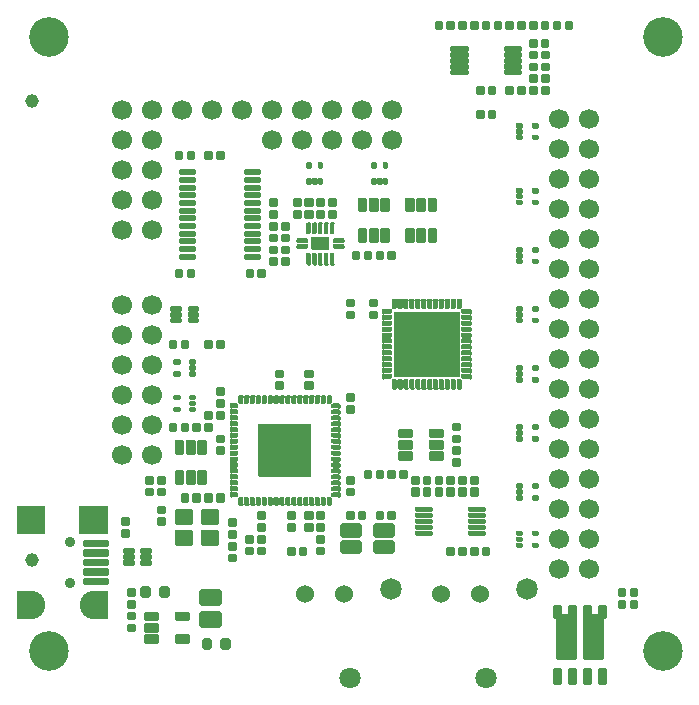
<source format=gbr>
G04 start of page 7 for group -4063 idx -4063 *
G04 Title: pmc, componentmask *
G04 Creator: pcb 1.99z *
G04 CreationDate: Mon 09 Sep 2013 06:37:42 AM GMT UTC *
G04 For: russ *
G04 Format: Gerber/RS-274X *
G04 PCB-Dimensions (mm): 62.00 62.00 *
G04 PCB-Coordinate-Origin: lower left *
%MOMM*%
%FSLAX43Y43*%
%LNTOPMASK*%
%ADD135R,4.397X4.397*%
%ADD134R,0.947X0.947*%
%ADD133R,0.441X0.441*%
%ADD132C,0.367*%
%ADD131R,0.387X0.387*%
%ADD130R,0.367X0.367*%
%ADD129R,5.297X5.297*%
%ADD128R,5.497X5.497*%
%ADD127R,0.336X0.336*%
%ADD126R,1.227X1.227*%
%ADD125R,1.111X1.111*%
%ADD124R,0.306X0.306*%
%ADD123C,0.002*%
%ADD122R,0.334X0.334*%
%ADD121R,0.395X0.395*%
%ADD120C,0.395*%
%ADD119C,0.216*%
%ADD118R,1.027X1.027*%
%ADD117R,0.527X0.527*%
%ADD116R,1.270X1.270*%
%ADD115R,0.470X0.470*%
%ADD114R,1.577X1.577*%
%ADD113C,0.268*%
%ADD112R,1.152X1.152*%
%ADD111C,0.327*%
%ADD110R,0.537X0.537*%
%ADD109R,0.677X0.677*%
%ADD108C,0.527*%
%ADD107R,0.827X0.827*%
%ADD106C,0.209*%
%ADD105R,0.292X0.292*%
%ADD104C,0.427*%
%ADD103R,0.427X0.427*%
%ADD102C,0.227*%
%ADD101R,0.327X0.327*%
%ADD100C,1.152*%
%ADD99C,3.352*%
%ADD98C,0.914*%
%ADD97C,2.413*%
%ADD96C,1.800*%
%ADD95C,1.827*%
%ADD94C,1.527*%
%ADD93C,1.700*%
G54D93*X48230Y37350D03*
Y34810D03*
Y32270D03*
X50770Y37350D03*
Y34810D03*
Y32270D03*
Y29730D03*
Y27190D03*
Y24650D03*
X48230Y29730D03*
Y27190D03*
Y24650D03*
Y22110D03*
Y44970D03*
X50770D03*
X48230Y42430D03*
X50770D03*
X48230Y50050D03*
X50770D03*
X48230Y47510D03*
X50770D03*
X48230Y39890D03*
X50770D03*
X23920Y48230D03*
X26460D03*
X29000D03*
X31540D03*
X34080D03*
X26460Y50770D03*
X29000D03*
X31540D03*
X34080D03*
X23920D03*
X21380D03*
X18840D03*
X16300D03*
X13730Y40610D03*
Y43150D03*
Y45690D03*
Y48230D03*
Y50770D03*
X13720Y34260D03*
X11190Y40610D03*
Y43150D03*
Y45690D03*
Y48230D03*
Y50770D03*
X50770Y22110D03*
X48230Y19570D03*
Y17030D03*
X50770Y19570D03*
Y17030D03*
Y14490D03*
Y11950D03*
X48230Y14490D03*
Y11950D03*
G54D94*X38200Y9850D03*
X41500D03*
G54D95*X45500Y10250D03*
G54D96*X42000Y2750D03*
X30500D03*
G54D94*X26700Y9850D03*
X30000D03*
G54D95*X34000Y10250D03*
G54D93*X11180Y34260D03*
Y31720D03*
X13720D03*
Y29180D03*
Y26640D03*
Y24100D03*
Y21560D03*
X11180Y29180D03*
Y26640D03*
Y24100D03*
Y21560D03*
G54D97*X3500Y8900D03*
X8800D03*
G54D98*X6800Y10800D03*
G54D97*X3500Y16100D03*
X8800D03*
G54D98*X6800Y14200D03*
G54D99*X57000Y5000D03*
X5000Y57000D03*
Y5000D03*
G54D100*X3570Y12670D03*
Y51532D03*
G54D99*X57000Y57000D03*
G54D101*X44750Y44000D02*X44900D01*
G54D102*X44650Y43900D02*X45000D01*
Y44100D02*Y43900D01*
G54D101*X44750Y44000D02*X44900D01*
G54D102*X44650Y43900D02*X45000D01*
Y44100D02*Y43900D01*
X44650Y44100D02*X45000D01*
X44650D02*Y43900D01*
Y44100D02*X45000D01*
X44650D02*Y43900D01*
G54D101*X44750Y43500D02*X44900D01*
G54D102*X44650Y43600D02*Y43400D01*
G54D101*X44750Y43500D02*X44900D01*
G54D102*X44650Y43600D02*X45000D01*
X44650Y43400D02*X45000D01*
X44650Y43600D02*Y43400D01*
Y43600D02*X45000D01*
X44650Y43400D02*X45000D01*
Y43600D02*Y43400D01*
Y43600D02*Y43400D01*
G54D101*X44750Y43000D02*X44900D01*
G54D102*X45000Y43100D02*Y42900D01*
G54D101*X44750Y43000D02*X44900D01*
G54D102*X44650Y43100D02*X45000D01*
Y42900D01*
X44650Y43100D02*X45000D01*
X44650Y42900D02*X45000D01*
X44650D02*X45000D01*
X44650Y43100D02*Y42900D01*
Y43100D02*Y42900D01*
G54D101*X46100Y43000D02*X46250D01*
G54D102*X46000Y43100D02*Y42900D01*
G54D101*X46100Y43000D02*X46250D01*
G54D102*X46000Y42900D02*X46350D01*
X46000Y43100D02*Y42900D01*
X46350D01*
X46000Y43100D02*X46350D01*
X46000D02*X46350D01*
Y42900D01*
Y43100D02*Y42900D01*
G54D101*X46100Y44000D02*X46250D01*
G54D102*X46000Y44100D02*Y43900D01*
G54D101*X46100Y44000D02*X46250D01*
G54D102*X46000Y43900D02*X46350D01*
X46000Y44100D02*Y43900D01*
X46350D01*
X46000Y44100D02*X46350D01*
X46000D02*X46350D01*
Y43900D01*
Y44100D02*Y43900D01*
G54D101*X44750Y39000D02*X44900D01*
G54D102*X45000Y39100D02*Y38900D01*
G54D101*X44750Y39000D02*X44900D01*
G54D102*X44650Y39100D02*X45000D01*
Y38900D01*
X44650Y39100D02*X45000D01*
X44650Y38900D02*X45000D01*
X44650D02*X45000D01*
X44650Y39100D02*Y38900D01*
Y39100D02*Y38900D01*
G54D101*X44750Y38500D02*X44900D01*
G54D102*X45000Y38600D02*Y38400D01*
G54D101*X44750Y38500D02*X44900D01*
G54D102*X44650Y38600D02*X45000D01*
Y38400D01*
X44650Y38600D02*X45000D01*
X44650Y38400D02*X45000D01*
X44650D02*X45000D01*
X44650Y38600D02*Y38400D01*
Y38600D02*Y38400D01*
G54D101*X44750Y38000D02*X44900D01*
G54D102*X45000Y38100D02*Y37900D01*
G54D101*X44750Y38000D02*X44900D01*
G54D102*X44650Y38100D02*X45000D01*
Y37900D01*
X44650Y38100D02*X45000D01*
X44650Y37900D02*X45000D01*
X44650D02*X45000D01*
X44650Y38100D02*Y37900D01*
Y38100D02*Y37900D01*
G54D101*X46100Y38000D02*X46250D01*
G54D102*X46000Y38100D02*Y37900D01*
G54D101*X46100Y38000D02*X46250D01*
G54D102*X46000Y37900D02*X46350D01*
X46000Y38100D02*Y37900D01*
X46350D01*
X46000Y38100D02*X46350D01*
X46000D02*X46350D01*
Y37900D01*
Y38100D02*Y37900D01*
G54D101*X46100Y39000D02*X46250D01*
G54D102*X46000Y39100D02*Y38900D01*
G54D101*X46100Y39000D02*X46250D01*
G54D102*X46000Y38900D02*X46350D01*
X46000Y39100D02*Y38900D01*
X46350D01*
X46000Y39100D02*X46350D01*
X46000D02*X46350D01*
Y38900D01*
Y39100D02*Y38900D01*
G54D101*X44750Y49500D02*X44900D01*
G54D102*X44650Y49600D02*Y49400D01*
G54D101*X44750Y49500D02*X44900D01*
G54D102*X44650Y49600D02*X45000D01*
X44650Y49400D02*X45000D01*
X44650Y49600D02*Y49400D01*
Y49600D02*X45000D01*
X44650Y49400D02*X45000D01*
Y49600D02*Y49400D01*
Y49600D02*Y49400D01*
G54D103*X41500Y50525D02*Y50475D01*
X42500Y50525D02*Y50475D01*
G54D104*X42350Y50675D02*Y50325D01*
X42650Y50675D02*Y50325D01*
X42350Y50675D02*X42650D01*
X42350Y50325D02*X42650D01*
X41350Y50675D02*Y50325D01*
X41650Y50675D02*Y50325D01*
X41350Y50675D02*X41650D01*
X41350Y50325D02*X41650D01*
G54D101*X44750Y49000D02*X44900D01*
G54D102*X45000Y49100D02*Y48900D01*
G54D101*X44750Y49000D02*X44900D01*
G54D102*X44650Y49100D02*X45000D01*
Y48900D01*
X44650Y49100D02*X45000D01*
X44650Y48900D02*X45000D01*
X44650D02*X45000D01*
X44650Y49100D02*Y48900D01*
Y49100D02*Y48900D01*
G54D101*X44750Y48500D02*X44900D01*
G54D102*X45000Y48600D02*Y48400D01*
G54D101*X44750Y48500D02*X44900D01*
G54D102*X44650Y48600D02*X45000D01*
Y48400D01*
X44650Y48600D02*X45000D01*
X44650Y48400D02*X45000D01*
X44650D02*X45000D01*
X44650Y48600D02*Y48400D01*
Y48600D02*Y48400D01*
G54D101*X46100Y48500D02*X46250D01*
G54D102*X46000Y48600D02*Y48400D01*
G54D101*X46100Y48500D02*X46250D01*
G54D102*X46000Y48400D02*X46350D01*
X46000Y48600D02*Y48400D01*
X46350D01*
X46000Y48600D02*X46350D01*
X46000D02*X46350D01*
Y48400D01*
Y48600D02*Y48400D01*
G54D101*X46100Y49500D02*X46250D01*
G54D102*X46000Y49600D02*Y49400D01*
G54D101*X46100Y49500D02*X46250D01*
G54D102*X46000Y49400D02*X46350D01*
X46000Y49600D02*Y49400D01*
X46350D01*
X46000Y49600D02*X46350D01*
X46000D02*X46350D01*
Y49400D01*
Y49600D02*Y49400D01*
G54D103*X49000Y58025D02*Y57975D01*
G54D104*X48150Y58175D02*Y57825D01*
X47850Y58175D02*X48150D01*
X49150D02*Y57825D01*
X48850Y58175D02*Y57825D01*
X49150D01*
X48850Y58175D02*X49150D01*
G54D103*X48000Y58025D02*Y57975D01*
G54D104*X47850Y58175D02*Y57825D01*
X48150D01*
G54D103*X47000Y58025D02*Y57975D01*
G54D104*X47150Y58175D02*Y57825D01*
X46850Y58175D02*Y57825D01*
G54D103*X46000Y58025D02*Y57975D01*
G54D104*X45850Y58175D02*Y57825D01*
X46150Y58175D02*Y57825D01*
X45850Y58175D02*X46150D01*
X45850Y57825D02*X46150D01*
X46850D02*X47150D01*
X46850Y58175D02*X47150D01*
G54D103*X44000Y58025D02*Y57975D01*
G54D104*X43850Y58175D02*Y57825D01*
X44150Y58175D02*Y57825D01*
X43850Y58175D02*X44150D01*
X43850Y57825D02*X44150D01*
G54D103*X45000Y58025D02*Y57975D01*
G54D104*X44850Y58175D02*Y57825D01*
X45150Y58175D02*Y57825D01*
X44850Y58175D02*X45150D01*
X44850Y57825D02*X45150D01*
G54D103*X43000Y58025D02*Y57975D01*
G54D104*X42850Y58175D02*Y57825D01*
X43150Y58175D02*Y57825D01*
X42850Y58175D02*X43150D01*
X42850Y57825D02*X43150D01*
G54D103*X41000Y58025D02*Y57975D01*
G54D104*X40850Y58175D02*Y57825D01*
X41150Y58175D02*Y57825D01*
X40850Y58175D02*X41150D01*
X40850Y57825D02*X41150D01*
G54D103*X42000Y58025D02*Y57975D01*
G54D104*X41850Y58175D02*Y57825D01*
X42150Y58175D02*Y57825D01*
X41850Y58175D02*X42150D01*
X41850Y57825D02*X42150D01*
G54D103*X40000Y58025D02*Y57975D01*
G54D104*X40150Y58175D02*Y57825D01*
X39850Y58175D02*Y57825D01*
X40150D01*
X39850Y58175D02*X40150D01*
G54D103*X39000Y58025D02*Y57975D01*
G54D104*X39150Y58175D02*Y57825D01*
X38850Y58175D02*Y57825D01*
X39150D01*
X38850Y58175D02*X39150D01*
G54D103*X38000Y58025D02*Y57975D01*
G54D104*X38150Y58175D02*Y57825D01*
X37850Y58175D02*Y57825D01*
X38150D01*
X37850Y58175D02*X38150D01*
G54D105*X39296Y56000D02*X40204D01*
G54D106*X39214Y55918D02*X40286D01*
X39214Y56082D02*Y55918D01*
G54D101*X39200Y56000D02*X40300D01*
G54D106*X39214Y56082D02*X40286D01*
Y55918D01*
G54D102*X39100Y56100D02*X40400D01*
X39100Y55900D02*X40400D01*
X39100Y56100D02*Y55900D01*
X40400Y56100D02*Y55900D01*
Y55600D02*Y55400D01*
G54D105*X39296Y55500D02*X40204D01*
G54D106*X39214Y55418D02*X40286D01*
X39214Y55582D02*Y55418D01*
G54D101*X39200Y55500D02*X40300D01*
G54D106*X39214Y55582D02*X40286D01*
Y55418D01*
G54D102*X39100Y55600D02*X40400D01*
X39100Y55400D02*X40400D01*
X39100Y55600D02*Y55400D01*
G54D105*X39296Y55000D02*X40204D01*
G54D106*X39214Y55082D02*X40286D01*
X39214Y54918D02*X40286D01*
X39214Y55082D02*Y54918D01*
G54D101*X39200Y55000D02*X40300D01*
G54D102*X39100Y55100D02*X40400D01*
X39100Y54900D02*X40400D01*
Y55100D02*Y54900D01*
X39100Y55100D02*Y54900D01*
G54D106*X40286Y55082D02*Y54918D01*
G54D102*X40400Y54600D02*Y54400D01*
G54D106*X40286Y54582D02*Y54418D01*
X39214D02*X40286D01*
X39214Y54582D02*Y54418D01*
G54D105*X39296Y54500D02*X40204D01*
G54D106*X39214Y54582D02*X40286D01*
G54D101*X39200Y54500D02*X40300D01*
G54D102*X39100Y54600D02*X40400D01*
X39100Y54400D02*X40400D01*
X39100Y54600D02*Y54400D01*
G54D105*X39296Y54000D02*X40204D01*
G54D106*X39214Y53918D02*X40286D01*
X39214Y54082D02*Y53918D01*
G54D101*X39200Y54000D02*X40300D01*
G54D106*X39214Y54082D02*X40286D01*
Y53918D01*
G54D102*X39100Y54100D02*X40400D01*
Y53900D01*
X39100Y54100D02*Y53900D01*
X40400D01*
G54D105*X43796Y54000D02*X44704D01*
G54D106*X43714Y53918D02*X44786D01*
X43714Y54082D02*X44786D01*
Y53918D01*
G54D101*X43700Y54000D02*X44800D01*
G54D102*X43600Y53900D02*X44900D01*
X43600Y54100D02*X44900D01*
X43600D02*Y53900D01*
G54D106*X43714Y54082D02*Y53918D01*
G54D104*X45825Y54350D02*X46175D01*
G54D102*X44900Y54100D02*Y53900D01*
G54D106*X44786Y54582D02*Y54418D01*
G54D102*X44900Y54600D02*Y54400D01*
G54D103*X45000Y52525D02*Y52475D01*
X44000Y52525D02*Y52475D01*
G54D104*X44150Y52675D02*Y52325D01*
X43850Y52675D02*Y52325D01*
X44150D01*
X43850Y52675D02*X44150D01*
X45150D02*Y52325D01*
X44850Y52675D02*X45150D01*
X44850D02*Y52325D01*
X45150D01*
G54D103*X46975Y52500D02*X47025D01*
G54D104*X46825Y52350D02*X47175D01*
X46825Y52650D02*X47175D01*
X46825D02*Y52350D01*
X47175Y52650D02*Y52350D01*
G54D103*X45975Y52500D02*X46025D01*
G54D104*X45825Y52350D02*X46175D01*
X45825Y52650D02*X46175D01*
X45825D02*Y52350D01*
X46175Y52650D02*Y52350D01*
G54D103*X46975Y53500D02*X47025D01*
G54D104*X46825Y53350D02*X47175D01*
X46825Y53650D02*X47175D01*
X46825D02*Y53350D01*
X47175Y53650D02*Y53350D01*
X46825Y54350D02*X47175D01*
G54D103*X45975Y53500D02*X46025D01*
G54D104*X45825Y53350D02*X46175D01*
X45825Y53650D02*X46175D01*
X45825D02*Y53350D01*
X46175Y53650D02*Y53350D01*
G54D103*X41500Y52525D02*Y52475D01*
G54D104*X41350Y52675D02*Y52325D01*
X41650Y52675D02*Y52325D01*
X41350Y52675D02*X41650D01*
X41350Y52325D02*X41650D01*
G54D103*X42500Y52525D02*Y52475D01*
G54D104*X42350Y52675D02*Y52325D01*
X42650Y52675D02*Y52325D01*
X42350Y52675D02*X42650D01*
X42350Y52325D02*X42650D01*
G54D106*X43714Y54582D02*X44786D01*
Y55082D02*Y54918D01*
G54D105*X43796Y54500D02*X44704D01*
G54D106*X43714Y54418D02*X44786D01*
G54D101*X43700Y54500D02*X44800D01*
G54D102*X43600Y54400D02*X44900D01*
X43600Y54600D02*X44900D01*
G54D105*X43796Y55000D02*X44704D01*
G54D106*X43714Y54918D02*X44786D01*
X43714Y55082D02*X44786D01*
G54D101*X43700Y55000D02*X44800D01*
G54D102*X43600Y55100D02*X44900D01*
X43600Y54900D02*X44900D01*
G54D106*X43714Y54582D02*Y54418D01*
G54D102*X43600Y54600D02*Y54400D01*
G54D106*X43714Y55082D02*Y54918D01*
G54D102*X43600Y55100D02*Y54900D01*
X44900Y55100D02*Y54900D01*
Y55600D02*Y55400D01*
G54D105*X43796Y55500D02*X44704D01*
G54D106*X43714Y55582D02*X44786D01*
Y55418D01*
G54D101*X43700Y55500D02*X44800D01*
G54D106*X43714Y55418D02*X44786D01*
X43714Y55582D02*Y55418D01*
G54D102*X43600Y55400D02*X44900D01*
X43600Y55600D02*X44900D01*
X43600D02*Y55400D01*
G54D105*X43796Y56000D02*X44704D01*
G54D106*X43714Y55918D02*X44786D01*
X43714Y56082D02*X44786D01*
X43714D02*Y55918D01*
X44786Y56082D02*Y55918D01*
G54D101*X43700Y56000D02*X44800D01*
G54D102*X43600Y55900D02*X44900D01*
X43600Y56100D02*X44900D01*
X43600D02*Y55900D01*
X44900Y56100D02*Y55900D01*
G54D103*X45975Y55500D02*X46025D01*
X45975Y54500D02*X46025D01*
G54D104*X45825Y54650D02*X46175D01*
Y54350D01*
X45825Y54650D02*Y54350D01*
G54D103*X46975Y54500D02*X47025D01*
G54D104*X46825Y54650D02*X47175D01*
Y54350D01*
X46825Y54650D02*Y54350D01*
X45825Y55650D02*X46175D01*
X45825D02*Y55350D01*
X46175D01*
Y55650D02*Y55350D01*
G54D103*X46975Y55500D02*X47025D01*
G54D104*X46825Y55650D02*X47175D01*
X46825Y55350D02*X47175D01*
Y55650D02*Y55350D01*
X46825Y55650D02*Y55350D01*
G54D103*X46000Y56525D02*Y56475D01*
G54D104*X45850Y56675D02*Y56325D01*
X46150Y56675D02*Y56325D01*
X45850Y56675D02*X46150D01*
X45850Y56325D02*X46150D01*
G54D103*X47000Y56525D02*Y56475D01*
G54D104*X46850Y56675D02*Y56325D01*
X47150Y56675D02*Y56325D01*
X46850Y56675D02*X47150D01*
X46850Y56325D02*X47150D01*
G54D107*X33050Y13800D02*X33700D01*
G54D108*X34050Y14150D02*Y13450D01*
X32700Y14150D02*Y13450D01*
X34050D01*
X32700Y14150D02*X34050D01*
G54D107*X33050Y15200D02*X33700D01*
G54D108*X34050Y15550D02*Y14850D01*
X32700Y15550D02*Y14850D01*
X34050D01*
X32700Y15550D02*X34050D01*
G54D104*X31650Y16675D02*Y16325D01*
X31350Y16675D02*X31650D01*
G54D103*X34000Y16525D02*Y16475D01*
G54D104*X34150Y16675D02*Y16325D01*
X33850Y16675D02*Y16325D01*
X34150D01*
X33850Y16675D02*X34150D01*
G54D103*X33000Y16525D02*Y16475D01*
G54D104*X33150Y16675D02*Y16325D01*
X32850Y16675D02*X33150D01*
X32850D02*Y16325D01*
X33150D01*
G54D102*X46000Y15100D02*Y14900D01*
X46350Y15100D02*Y14900D01*
G54D103*X41000Y13525D02*Y13475D01*
X42000Y13525D02*Y13475D01*
G54D104*X41850Y13675D02*Y13325D01*
X42150Y13675D02*Y13325D01*
X41850Y13675D02*X42150D01*
X41850Y13325D02*X42150D01*
X40850Y13675D02*Y13325D01*
X41150Y13675D02*Y13325D01*
X40850Y13675D02*X41150D01*
X40850Y13325D02*X41150D01*
G54D103*X39000Y13525D02*Y13475D01*
G54D104*X38850Y13675D02*Y13325D01*
X39150Y13675D02*Y13325D01*
X38850Y13675D02*X39150D01*
X38850Y13325D02*X39150D01*
G54D103*X40000Y13525D02*Y13475D01*
G54D104*X39850Y13675D02*Y13325D01*
X40150Y13675D02*Y13325D01*
X39850Y13675D02*X40150D01*
X39850Y13325D02*X40150D01*
G54D101*X44750Y19000D02*X44900D01*
G54D102*X45000Y19100D02*Y18900D01*
G54D101*X44750Y19000D02*X44900D01*
G54D102*X44650Y19100D02*X45000D01*
Y18900D01*
X44650Y19100D02*X45000D01*
X44650Y18900D02*X45000D01*
X44650D02*X45000D01*
X44650Y19100D02*Y18900D01*
Y19100D02*Y18900D01*
G54D101*X44750Y18500D02*X44900D01*
G54D102*X45000Y18600D02*Y18400D01*
G54D101*X44750Y18500D02*X44900D01*
G54D102*X44650Y18600D02*X45000D01*
Y18400D01*
X44650Y18600D02*X45000D01*
X44650Y18400D02*X45000D01*
X44650D02*X45000D01*
X44650Y18600D02*Y18400D01*
Y18600D02*Y18400D01*
G54D101*X44750Y18000D02*X44900D01*
G54D102*X45000Y18100D02*Y17900D01*
G54D101*X44750Y18000D02*X44900D01*
G54D102*X44650Y18100D02*X45000D01*
Y17900D01*
X44650Y18100D02*X45000D01*
X44650Y17900D02*X45000D01*
X44650D02*X45000D01*
X44650Y18100D02*Y17900D01*
Y18100D02*Y17900D01*
G54D101*X46100Y18000D02*X46250D01*
G54D102*X46000Y18100D02*Y17900D01*
G54D101*X46100Y18000D02*X46250D01*
G54D102*X46000Y17900D02*X46350D01*
X46000Y18100D02*Y17900D01*
X46350D01*
X46000Y18100D02*X46350D01*
X46000D02*X46350D01*
Y17900D01*
Y18100D02*Y17900D01*
G54D101*X46100Y19000D02*X46250D01*
G54D102*X46000Y19100D02*Y18900D01*
G54D101*X46100Y19000D02*X46250D01*
G54D102*X46000Y18900D02*X46350D01*
X46000Y19100D02*Y18900D01*
X46350D01*
X46000Y19100D02*X46350D01*
X46000D02*X46350D01*
Y18900D01*
Y19100D02*Y18900D01*
G54D101*X44750Y24000D02*X44900D01*
G54D102*X45000Y24100D02*Y23900D01*
G54D101*X44750Y24000D02*X44900D01*
G54D102*X44650Y24100D02*X45000D01*
Y23900D01*
X44650Y24100D02*X45000D01*
X44650Y23900D02*X45000D01*
X44650D02*X45000D01*
X44650Y24100D02*Y23900D01*
Y24100D02*Y23900D01*
G54D101*X44750Y23500D02*X44900D01*
G54D102*X45000Y23600D02*Y23400D01*
G54D101*X44750Y23500D02*X44900D01*
G54D102*X44650Y23600D02*X45000D01*
Y23400D01*
X44650Y23600D02*X45000D01*
X44650Y23400D02*X45000D01*
X44650D02*X45000D01*
X44650Y23600D02*Y23400D01*
Y23600D02*Y23400D01*
G54D101*X44750Y23000D02*X44900D01*
G54D102*X45000Y23100D02*Y22900D01*
G54D101*X44750Y23000D02*X44900D01*
G54D102*X44650Y23100D02*X45000D01*
Y22900D01*
X44650Y23100D02*X45000D01*
X44650Y22900D02*X45000D01*
X44650D02*X45000D01*
X44650Y23100D02*Y22900D01*
Y23100D02*Y22900D01*
G54D101*X46100Y23000D02*X46250D01*
G54D102*X46000Y23100D02*Y22900D01*
G54D101*X46100Y23000D02*X46250D01*
G54D102*X46000Y22900D02*X46350D01*
X46000Y23100D02*Y22900D01*
X46350D01*
X46000Y23100D02*X46350D01*
X46000D02*X46350D01*
Y22900D01*
Y23100D02*Y22900D01*
G54D101*X46100Y24000D02*X46250D01*
G54D102*X46000Y24100D02*Y23900D01*
G54D101*X46100Y24000D02*X46250D01*
G54D102*X46000Y23900D02*X46350D01*
X46000Y24100D02*Y23900D01*
X46350D01*
X46000Y24100D02*X46350D01*
X46000D02*X46350D01*
Y23900D01*
Y24100D02*Y23900D01*
G54D104*X36150Y18675D02*Y18325D01*
X35850D02*X36150D01*
X35850Y18675D02*X36150D01*
X35850D02*Y18325D01*
G54D103*X36000Y19525D02*Y19475D01*
G54D104*X35850Y19675D02*Y19325D01*
X36150Y19675D02*Y19325D01*
X35850Y19675D02*X36150D01*
X35850Y19325D02*X36150D01*
G54D103*X40000Y19525D02*Y19475D01*
G54D104*X39850Y19675D02*Y19325D01*
X40150D01*
G54D103*X39000Y19525D02*Y19475D01*
G54D104*X39150Y19675D02*Y19325D01*
X38850Y19675D02*Y19325D01*
X39150D01*
X38850Y19675D02*X39150D01*
G54D103*X39000Y18525D02*Y18475D01*
G54D104*X39150Y18675D02*Y18325D01*
X38850Y18675D02*Y18325D01*
X39150D01*
X38850Y18675D02*X39150D01*
G54D103*X41000Y19525D02*Y19475D01*
G54D104*X40150Y19675D02*Y19325D01*
X39850Y19675D02*X40150D01*
X41150D02*Y19325D01*
X40850Y19675D02*Y19325D01*
X41150D01*
X40850Y19675D02*X41150D01*
G54D103*X41000Y18525D02*Y18475D01*
G54D104*X41150Y18675D02*Y18325D01*
X40850Y18675D02*Y18325D01*
X41150D01*
X40850Y18675D02*X41150D01*
G54D103*X40000Y18525D02*Y18475D01*
G54D104*X40150Y18675D02*Y18325D01*
X39850D02*X40150D01*
X39850Y18675D02*X40150D01*
X39850D02*Y18325D01*
G54D103*X37000Y19525D02*Y19475D01*
X38000Y19525D02*Y19475D01*
G54D104*X37850Y19675D02*Y19325D01*
X38150Y19675D02*Y19325D01*
X37850Y19675D02*X38150D01*
X37850Y19325D02*X38150D01*
X36850Y19675D02*Y19325D01*
Y19675D02*X37150D01*
X36850Y19325D02*X37150D01*
Y19675D02*Y19325D01*
G54D103*X32000Y20025D02*Y19975D01*
X33000Y20025D02*Y19975D01*
G54D104*X32850Y20175D02*Y19825D01*
X33150Y20175D02*Y19825D01*
X32850Y20175D02*X33150D01*
X32850Y19825D02*X33150D01*
X31850Y20175D02*Y19825D01*
Y20175D02*X32150D01*
X31850Y19825D02*X32150D01*
Y20175D02*Y19825D01*
G54D103*X35000Y20025D02*Y19975D01*
X34000Y20025D02*Y19975D01*
G54D104*X34150Y20175D02*Y19825D01*
X33850Y20175D02*Y19825D01*
X34150D01*
X33850Y20175D02*X34150D01*
X35150D02*Y19825D01*
X34850D02*X35150D01*
X34850Y20175D02*X35150D01*
X34850D02*Y19825D01*
G54D109*X37575Y21550D02*X38025D01*
G54D102*X37300Y21825D02*Y21275D01*
X38300Y21825D02*Y21275D01*
X37300D02*X38300D01*
X37300Y21825D02*X38300D01*
G54D109*X37575Y22500D02*X38025D01*
G54D102*X37300Y22225D02*X38300D01*
X37300Y22775D02*X38300D01*
X37300D02*Y22225D01*
X38300Y22775D02*Y22225D01*
G54D103*X39475Y21000D02*X39525D01*
X39475Y22000D02*X39525D01*
G54D104*X39325Y21850D02*X39675D01*
X39325Y22150D02*X39675D01*
X39325D02*Y21850D01*
X39675Y22150D02*Y21850D01*
X39325Y20850D02*X39675D01*
X39325Y21150D02*X39675D01*
X39325D02*Y20850D01*
X39675Y21150D02*Y20850D01*
G54D109*X37575Y23450D02*X38025D01*
G54D102*X37300Y23725D02*X38300D01*
X37300D02*Y23175D01*
X38300Y23725D02*Y23175D01*
X37300D02*X38300D01*
G54D103*X39475Y24000D02*X39525D01*
X39475Y23000D02*X39525D01*
G54D104*X39325Y23150D02*X39675D01*
X39325Y22850D02*X39675D01*
Y23150D02*Y22850D01*
X39325Y23150D02*Y22850D01*
Y24150D02*X39675D01*
X39325D02*Y23850D01*
X39675D01*
Y24150D02*Y23850D01*
G54D109*X34975Y23450D02*X35425D01*
G54D102*X34700Y23725D02*X35700D01*
X34700Y23175D02*X35700D01*
Y23725D02*Y23175D01*
X34700Y23725D02*Y23175D01*
G54D109*X34975Y22500D02*X35425D01*
G54D102*X35700Y22775D02*Y22225D01*
X34700Y22775D02*Y22225D01*
Y22775D02*X35700D01*
X34700Y22225D02*X35700D01*
G54D109*X34975Y21550D02*X35425D01*
G54D102*X34700Y21825D02*X35700D01*
X34700Y21275D02*X35700D01*
Y21825D02*Y21275D01*
X34700Y21825D02*Y21275D01*
G54D110*X48095Y3160D02*Y2500D01*
G54D111*X47890Y2295D02*X48300D01*
X47890Y3365D02*Y2295D01*
X48300Y3365D02*Y2295D01*
X47890Y3365D02*X48300D01*
G54D110*X49365Y3160D02*Y2500D01*
G54D111*X49160Y3365D02*Y2295D01*
X49570Y3365D02*Y2295D01*
X49160Y3365D02*X49570D01*
X49160Y2295D02*X49570D01*
G54D110*X50635Y3160D02*Y2500D01*
G54D111*X50430Y3365D02*Y2295D01*
X50840Y3365D02*Y2295D01*
X50430Y3365D02*X50840D01*
X50430Y2295D02*X50840D01*
G54D110*X51905Y3160D02*Y2500D01*
G54D111*X51700Y3365D02*Y2295D01*
X52110Y3365D02*Y2295D01*
X51700Y3365D02*X52110D01*
X51700Y2295D02*X52110D01*
G54D112*X48870Y6954D02*Y5426D01*
G54D113*X49383Y7466D02*Y4914D01*
X48357Y7466D02*X49383D01*
G54D114*X48870Y7270D02*Y5110D01*
G54D113*X48357Y7466D02*Y4914D01*
X49383D01*
G54D111*X48145Y7995D02*Y4385D01*
X49595Y7995D02*Y4385D01*
X48145Y7995D02*X49595D01*
X48145Y4385D02*X49595D01*
G54D112*X51130Y6954D02*Y5426D01*
G54D113*X51643Y7466D02*Y4914D01*
X50617Y7466D02*X51643D01*
G54D114*X51130Y7270D02*Y5110D01*
G54D113*X50617Y7466D02*Y4914D01*
X51643D01*
G54D111*X50405Y7995D02*Y4385D01*
X51855Y7995D02*Y4385D01*
X50405Y7995D02*X51855D01*
X50405Y4385D02*X51855D01*
G54D101*X44750Y15000D02*X44900D01*
G54D102*X44650Y15100D02*Y14900D01*
G54D101*X44750Y15000D02*X44900D01*
G54D102*X44650Y15100D02*Y14900D01*
Y15100D02*X45000D01*
X44650D02*X45000D01*
X44650Y14900D02*X45000D01*
X44650D02*X45000D01*
Y15100D02*Y14900D01*
Y15100D02*Y14900D01*
G54D101*X44750Y14500D02*X44900D01*
G54D102*X44650Y14400D02*X45000D01*
Y14600D02*Y14400D01*
G54D101*X44750Y14500D02*X44900D01*
G54D102*X44650Y14400D02*X45000D01*
Y14600D02*Y14400D01*
X44650Y14600D02*X45000D01*
X44650D02*Y14400D01*
Y14600D02*X45000D01*
X44650D02*Y14400D01*
G54D101*X44750Y14000D02*X44900D01*
G54D102*X44650Y14100D02*Y13900D01*
G54D101*X44750Y14000D02*X44900D01*
G54D102*X44650Y14100D02*X45000D01*
X44650Y13900D02*X45000D01*
X44650Y14100D02*Y13900D01*
Y14100D02*X45000D01*
X44650Y13900D02*X45000D01*
Y14100D02*Y13900D01*
Y14100D02*Y13900D01*
G54D101*X46100Y14000D02*X46250D01*
G54D102*X46000Y14100D02*Y13900D01*
G54D101*X46100Y14000D02*X46250D01*
G54D102*X46000Y13900D02*X46350D01*
X46000Y14100D02*Y13900D01*
X46350D01*
X46000Y14100D02*X46350D01*
X46000D02*X46350D01*
Y13900D01*
Y14100D02*Y13900D01*
G54D101*X46100Y15000D02*X46250D01*
G54D102*X46000Y15100D02*Y14900D01*
X46350Y15100D02*Y14900D01*
G54D101*X46100Y15000D02*X46250D01*
G54D102*X46000Y14900D02*X46350D01*
X46000D02*X46350D01*
X46000Y15100D02*X46350D01*
X46000D02*X46350D01*
G54D110*X48095Y8500D02*Y8090D01*
G54D111*X47890Y8705D02*Y7885D01*
X48300Y8705D02*Y7885D01*
X47890Y8705D02*X48300D01*
X47890Y7885D02*X48300D01*
G54D110*X49365Y8500D02*Y8090D01*
G54D111*X49160Y8705D02*Y7885D01*
X49570Y8705D02*Y7885D01*
X49160Y8705D02*X49570D01*
X49160Y7885D02*X49570D01*
G54D110*X50635Y8500D02*Y8090D01*
G54D111*X50430Y8705D02*Y7885D01*
X50840Y8705D02*Y7885D01*
X50430Y8705D02*X50840D01*
X50430Y7885D02*X50840D01*
G54D110*X51905Y8500D02*Y8090D01*
G54D111*X51700Y8705D02*Y7885D01*
X52110Y8705D02*Y7885D01*
X51700Y8705D02*X52110D01*
X51700Y7885D02*X52110D01*
G54D103*X54500Y10025D02*Y9975D01*
G54D104*X54650Y10175D02*Y9825D01*
X54350Y10175D02*Y9825D01*
X54650D01*
X54350Y10175D02*X54650D01*
G54D103*X54500Y9025D02*Y8975D01*
G54D104*X54650Y9175D02*Y8825D01*
X54350Y9175D02*Y8825D01*
X54650D01*
X54350Y9175D02*X54650D01*
G54D103*X53500Y10025D02*Y9975D01*
G54D104*X53650Y10175D02*Y9825D01*
X53350Y10175D02*Y9825D01*
X53650D01*
X53350Y10175D02*X53650D01*
G54D103*X53500Y9025D02*Y8975D01*
G54D104*X53650Y9175D02*Y8825D01*
X53350Y9175D02*Y8825D01*
X53650D01*
X53350Y9175D02*X53650D01*
G54D101*X44750Y34000D02*X44900D01*
G54D102*X45000Y34100D02*Y33900D01*
G54D101*X44750Y34000D02*X44900D01*
G54D102*X44650Y34100D02*X45000D01*
Y33900D01*
X44650Y34100D02*X45000D01*
X44650Y33900D02*X45000D01*
X44650D02*X45000D01*
X44650Y34100D02*Y33900D01*
Y34100D02*Y33900D01*
G54D101*X44750Y33500D02*X44900D01*
G54D102*X45000Y33600D02*Y33400D01*
G54D101*X44750Y33500D02*X44900D01*
G54D102*X44650Y33600D02*X45000D01*
Y33400D01*
X44650Y33600D02*X45000D01*
X44650Y33400D02*X45000D01*
X44650D02*X45000D01*
X44650Y33600D02*Y33400D01*
Y33600D02*Y33400D01*
G54D101*X44750Y33000D02*X44900D01*
G54D102*X45000Y33100D02*Y32900D01*
G54D101*X44750Y33000D02*X44900D01*
G54D102*X44650Y33100D02*X45000D01*
Y32900D01*
X44650Y33100D02*X45000D01*
X44650Y32900D02*X45000D01*
X44650D02*X45000D01*
X44650Y33100D02*Y32900D01*
Y33100D02*Y32900D01*
G54D101*X46100Y33000D02*X46250D01*
G54D102*X46000Y33100D02*Y32900D01*
G54D101*X46100Y33000D02*X46250D01*
G54D102*X46000Y32900D02*X46350D01*
X46000Y33100D02*Y32900D01*
X46350D01*
X46000Y33100D02*X46350D01*
X46000D02*X46350D01*
Y32900D01*
Y33100D02*Y32900D01*
G54D101*X46100Y34000D02*X46250D01*
G54D102*X46000Y34100D02*Y33900D01*
G54D101*X46100Y34000D02*X46250D01*
G54D102*X46000Y33900D02*X46350D01*
X46000Y34100D02*Y33900D01*
X46350D01*
X46000Y34100D02*X46350D01*
X46000D02*X46350D01*
Y33900D01*
Y34100D02*Y33900D01*
G54D101*X44750Y29000D02*X44900D01*
G54D102*X45000Y29100D02*Y28900D01*
G54D101*X44750Y29000D02*X44900D01*
G54D102*X44650Y29100D02*X45000D01*
Y28900D01*
X44650Y29100D02*X45000D01*
X44650Y28900D02*X45000D01*
X44650D02*X45000D01*
X44650Y29100D02*Y28900D01*
Y29100D02*Y28900D01*
G54D101*X44750Y28500D02*X44900D01*
G54D102*X45000Y28600D02*Y28400D01*
G54D101*X44750Y28500D02*X44900D01*
G54D102*X44650Y28600D02*X45000D01*
Y28400D01*
X44650Y28600D02*X45000D01*
X44650Y28400D02*X45000D01*
X44650D02*X45000D01*
X44650Y28600D02*Y28400D01*
Y28600D02*Y28400D01*
G54D101*X44750Y28000D02*X44900D01*
G54D102*X45000Y28100D02*Y27900D01*
G54D101*X44750Y28000D02*X44900D01*
G54D102*X44650Y28100D02*X45000D01*
Y27900D01*
X44650Y28100D02*X45000D01*
X44650Y27900D02*X45000D01*
X44650D02*X45000D01*
X44650Y28100D02*Y27900D01*
Y28100D02*Y27900D01*
G54D101*X46100Y28000D02*X46250D01*
G54D102*X46000Y28100D02*Y27900D01*
G54D101*X46100Y28000D02*X46250D01*
G54D102*X46000Y27900D02*X46350D01*
X46000Y28100D02*Y27900D01*
X46350D01*
X46000Y28100D02*X46350D01*
X46000D02*X46350D01*
Y27900D01*
Y28100D02*Y27900D01*
G54D101*X46100Y29000D02*X46250D01*
G54D102*X46000Y29100D02*Y28900D01*
G54D101*X46100Y29000D02*X46250D01*
G54D102*X46000Y28900D02*X46350D01*
X46000Y29100D02*Y28900D01*
X46350D01*
X46000Y29100D02*X46350D01*
X46000D02*X46350D01*
Y28900D01*
Y29100D02*Y28900D01*
G54D103*X11975Y10000D02*X12025D01*
G54D104*X11825Y10150D02*X12175D01*
X11825Y9850D02*X12175D01*
Y10150D02*Y9850D01*
X11825Y10150D02*Y9850D01*
G54D103*X11975Y9000D02*X12025D01*
G54D104*X11825Y9150D02*X12175D01*
Y8850D01*
X11825Y9150D02*Y8850D01*
G54D115*X8228Y9472D02*Y8328D01*
G54D116*X9372Y9472D02*Y8328D01*
X2928Y9472D02*Y8328D01*
G54D115*X4072Y9472D02*Y8328D01*
G54D104*X11825Y8850D02*X12175D01*
G54D103*X11975Y8000D02*X12025D01*
G54D104*X11825Y7850D02*X12175D01*
X11825Y8150D02*X12175D01*
X11825D02*Y7850D01*
X12175Y8150D02*Y7850D01*
G54D103*X11975Y7000D02*X12025D01*
G54D104*X11825Y6850D02*X12175D01*
X11825Y7150D02*X12175D01*
X11825D02*Y6850D01*
X12175Y7150D02*Y6850D01*
G54D109*X13475Y7950D02*X13925D01*
G54D102*X13200Y8225D02*Y7675D01*
G54D109*X13475Y7950D02*X13925D01*
G54D102*X13200Y8225D02*Y7675D01*
Y8225D02*X14200D01*
X13200D02*X14200D01*
X13200Y7675D02*X14200D01*
X13200D02*X14200D01*
Y8225D02*Y7675D01*
Y8225D02*Y7675D01*
G54D117*X14800Y10075D02*Y9925D01*
X13200Y10075D02*Y9925D01*
G54D108*X13400Y10275D02*Y9725D01*
X13000Y10275D02*Y9725D01*
X13400D01*
X13000Y10275D02*X13400D01*
X15000D02*Y9725D01*
X14600Y10275D02*Y9725D01*
X15000D01*
X14600Y10275D02*X15000D01*
G54D109*X13475Y7000D02*X13925D01*
G54D102*X13200Y6725D02*X14200D01*
Y7275D02*Y6725D01*
G54D109*X13475Y7000D02*X13925D01*
G54D102*X13200Y6725D02*X14200D01*
Y7275D02*Y6725D01*
X13200Y7275D02*X14200D01*
X13200D02*Y6725D01*
Y7275D02*X14200D01*
X13200D02*Y6725D01*
G54D109*X13475Y6050D02*X13925D01*
G54D102*X13200Y6325D02*Y5775D01*
G54D109*X13475Y6050D02*X13925D01*
G54D102*X13200Y6325D02*X14200D01*
X13200Y5775D02*X14200D01*
X13200Y6325D02*Y5775D01*
Y6325D02*X14200D01*
X13200Y5775D02*X14200D01*
Y6325D02*Y5775D01*
Y6325D02*Y5775D01*
G54D109*X16075Y6050D02*X16525D01*
G54D102*X15800Y6325D02*Y5775D01*
G54D109*X16075Y6050D02*X16525D01*
G54D102*X15800Y5775D02*X16800D01*
X15800Y6325D02*Y5775D01*
X16800D01*
X15800Y6325D02*X16800D01*
X15800D02*X16800D01*
Y5775D01*
Y6325D02*Y5775D01*
G54D117*X20000Y5675D02*Y5525D01*
X18400Y5675D02*Y5525D01*
G54D108*X18600Y5875D02*Y5325D01*
X18200Y5875D02*Y5325D01*
X18600D01*
X18200Y5875D02*X18600D01*
X20200D02*Y5325D01*
X19800Y5875D02*Y5325D01*
X20200D01*
X19800Y5875D02*X20200D01*
G54D109*X16075Y7950D02*X16525D01*
G54D102*X15800Y8225D02*Y7675D01*
G54D109*X16075Y7950D02*X16525D01*
G54D102*X15800Y7675D02*X16800D01*
X15800Y8225D02*Y7675D01*
X16800D01*
X15800Y8225D02*X16800D01*
X15800D02*X16800D01*
Y7675D01*
Y8225D02*Y7675D01*
G54D118*X18425Y9550D02*X18975D01*
G54D108*X17975Y9100D02*X19425D01*
Y10000D02*Y9100D01*
X17975Y10000D02*Y9100D01*
Y10000D02*X19425D01*
G54D118*X18425Y7650D02*X18975D01*
G54D108*X17975Y8100D02*X19425D01*
X17975Y7200D02*X19425D01*
Y8100D02*Y7200D01*
X17975Y8100D02*Y7200D01*
G54D103*X21975Y13500D02*X22025D01*
X21975Y14500D02*X22025D01*
G54D104*X21825Y14350D02*X22175D01*
X21825Y14650D02*Y14350D01*
Y13350D02*X22175D01*
X21825Y13650D02*X22175D01*
X21825D02*Y13350D01*
X22175Y13650D02*Y13350D01*
X21825Y14650D02*X22175D01*
Y14350D01*
G54D103*X22975Y15500D02*X23025D01*
X22975Y14500D02*X23025D01*
G54D104*X22825Y14650D02*Y14350D01*
Y13650D02*Y13350D01*
G54D103*X20475Y13900D02*X20525D01*
X20475Y12900D02*X20525D01*
G54D104*X20325Y13050D02*X20675D01*
X20325Y12750D02*X20675D01*
Y13050D02*Y12750D01*
X20325Y13050D02*Y12750D01*
Y14050D02*X20675D01*
X20325Y13750D02*X20675D01*
Y14050D02*Y13750D01*
X20325Y14050D02*Y13750D01*
X22825Y15350D02*X23175D01*
Y15650D02*Y15350D01*
X22825Y15650D02*X23175D01*
X22825D02*Y15350D01*
G54D103*X22975Y16500D02*X23025D01*
G54D104*X22825Y16350D02*X23175D01*
X22825Y16650D02*X23175D01*
X22825D02*Y16350D01*
X23175Y16650D02*Y16350D01*
X22825Y14650D02*X23175D01*
X22825Y14350D02*X23175D01*
Y14650D02*Y14350D01*
G54D103*X22975Y13500D02*X23025D01*
G54D104*X22825Y13650D02*X23175D01*
X22825Y13350D02*X23175D01*
Y13650D02*Y13350D01*
G54D119*X21161Y17479D02*X21339D01*
G54D102*X21150Y17450D02*X21350D01*
G54D119*X21661Y17479D02*X21839D01*
G54D102*X21650Y17450D02*X21850D01*
G54D120*X21250Y17882D03*
G54D121*Y17747D02*Y17613D01*
G54D104*Y17900D03*
G54D103*Y17750D02*Y17600D01*
G54D120*X21750Y17882D03*
G54D121*Y17747D02*Y17613D01*
G54D104*Y17900D03*
G54D103*Y17750D02*Y17600D01*
G54D119*X22161Y17479D02*X22339D01*
G54D102*X22150Y17450D02*X22350D01*
G54D119*X22661Y17479D02*X22839D01*
G54D102*X22650Y17450D02*X22850D01*
G54D120*X22250Y17882D03*
G54D121*Y17747D02*Y17613D01*
G54D104*Y17900D03*
G54D103*Y17750D02*Y17600D01*
G54D120*X22750Y17882D03*
G54D121*Y17747D02*Y17613D01*
G54D104*Y17900D03*
G54D103*Y17750D02*Y17600D01*
G54D119*X23161Y17479D02*X23339D01*
G54D102*X23150Y17450D02*X23350D01*
G54D119*X23661Y17479D02*X23839D01*
G54D102*X23650Y17450D02*X23850D01*
G54D120*X23250Y17882D03*
G54D121*Y17747D02*Y17613D01*
G54D104*Y17900D03*
G54D103*Y17750D02*Y17600D01*
G54D120*X23750Y17882D03*
G54D121*Y17747D02*Y17613D01*
G54D104*Y17900D03*
G54D103*Y17750D02*Y17600D01*
G54D122*X23156Y20156D02*X23364D01*
G54D102*X23053Y20053D02*X23467D01*
G54D123*G36*
X22865Y20035D02*X23035Y19865D01*
X22905Y19735D01*
X22735Y19905D01*
X22865Y20035D01*
G37*
G36*
X22905Y20075D02*X23075Y19905D01*
X22945Y19775D01*
X22775Y19945D01*
X22905Y20075D01*
G37*
G54D119*X20479Y20339D02*Y20161D01*
G54D102*X20450Y20350D02*Y20150D01*
G54D119*X20479Y19839D02*Y19661D01*
G54D102*X20450Y19850D02*Y19650D01*
G54D120*X20882Y20250D03*
G54D121*X20613D02*X20747D01*
G54D104*X20900D03*
G54D103*X20600D02*X20750D01*
G54D120*X20882Y19750D03*
G54D121*X20613D02*X20747D01*
G54D104*X20900D03*
G54D103*X20600D02*X20750D01*
G54D119*X20479Y19339D02*Y19161D01*
G54D102*X20450Y19350D02*Y19150D01*
G54D119*X20479Y18839D02*Y18661D01*
G54D102*X20450Y18850D02*Y18650D01*
G54D120*X20882Y19250D03*
G54D121*X20613D02*X20747D01*
G54D104*X20900D03*
G54D103*X20600D02*X20750D01*
G54D120*X20882Y18750D03*
G54D121*X20613D02*X20747D01*
G54D104*X20900D03*
G54D103*X20600D02*X20750D01*
G54D119*X20479Y18339D02*Y18161D01*
G54D102*X20450Y18350D02*Y18150D01*
G54D120*X20882Y18250D03*
G54D121*X20613D02*X20747D01*
G54D104*X20900D03*
G54D103*X20600D02*X20750D01*
G54D124*X11529Y13500D02*X12021D01*
G54D119*X11440Y13411D02*X12110D01*
X11440Y13589D02*Y13411D01*
G54D101*X11500Y13500D02*X12050D01*
G54D119*X11440Y13589D02*X12110D01*
Y13411D01*
G54D102*X11400Y13600D02*X12150D01*
X11400Y13400D02*X12150D01*
Y13600D02*Y13400D01*
X11400Y13600D02*Y13400D01*
G54D124*X11529Y13000D02*X12021D01*
G54D119*X11440Y12911D02*X12110D01*
X11440Y13089D02*Y12911D01*
G54D101*X11500Y13000D02*X12050D01*
G54D119*X11440Y13089D02*X12110D01*
Y12911D01*
G54D102*X11400Y13100D02*X12150D01*
X11400Y12900D02*X12150D01*
Y13100D02*Y12900D01*
X11400Y13100D02*Y12900D01*
G54D124*X11529Y12500D02*X12021D01*
G54D119*X11440Y12411D02*X12110D01*
X11440Y12589D02*Y12411D01*
G54D101*X11500Y12500D02*X12050D01*
G54D119*X11440Y12589D02*X12110D01*
Y12411D01*
G54D102*X11400Y12600D02*X12150D01*
X11400Y12400D02*X12150D01*
Y12600D02*Y12400D01*
X11400Y12600D02*Y12400D01*
G54D124*X12979Y12500D02*X13471D01*
G54D119*X12890Y12589D02*X13560D01*
Y12411D01*
G54D101*X12950Y12500D02*X13500D01*
G54D119*X12890Y12411D02*X13560D01*
X12890Y12589D02*Y12411D01*
G54D102*X12850Y12400D02*X13600D01*
X12850Y12600D02*X13600D01*
X12850D02*Y12400D01*
X13600Y12600D02*Y12400D01*
G54D124*X12979Y13000D02*X13471D01*
G54D119*X12890Y13089D02*X13560D01*
Y12911D01*
G54D101*X12950Y13000D02*X13500D01*
G54D119*X12890Y12911D02*X13560D01*
X12890Y13089D02*Y12911D01*
G54D102*X12850Y12900D02*X13600D01*
X12850Y13100D02*X13600D01*
X12850D02*Y12900D01*
X13600Y13100D02*Y12900D01*
G54D124*X12979Y13500D02*X13471D01*
G54D119*X12890Y13589D02*X13560D01*
Y13411D01*
G54D101*X12950Y13500D02*X13500D01*
G54D119*X12890Y13411D02*X13560D01*
X12890Y13589D02*Y13411D01*
G54D102*X12850Y13400D02*X13600D01*
X12850Y13600D02*X13600D01*
X12850D02*Y13400D01*
X13600Y13600D02*Y13400D01*
G54D103*X11475Y16000D02*X11525D01*
G54D104*X11325Y16150D02*X11675D01*
X11325Y15850D02*X11675D01*
Y16150D02*Y15850D01*
X11325Y16150D02*Y15850D01*
G54D103*X11475Y15000D02*X11525D01*
G54D104*X11325Y15150D02*X11675D01*
X11325Y14850D02*X11675D01*
Y15150D02*Y14850D01*
X11325Y15150D02*Y14850D01*
G54D103*X13475Y18500D02*X13525D01*
G54D104*X13325Y18350D02*X13675D01*
X13325Y18650D02*X13675D01*
X13325D02*Y18350D01*
X13675Y18650D02*Y18350D01*
G54D103*X13475Y19500D02*X13525D01*
G54D104*X13325Y19350D02*X13675D01*
X13325Y19650D02*Y19350D01*
G54D103*X20475Y15900D02*X20525D01*
G54D104*X20325Y16050D02*X20675D01*
X20325Y15750D02*X20675D01*
Y16050D02*Y15750D01*
X20325Y16050D02*Y15750D01*
G54D103*X20475Y14900D02*X20525D01*
G54D104*X20325Y15050D02*X20675D01*
X20325Y14750D02*X20675D01*
Y15050D02*Y14750D01*
X20325Y15050D02*Y14750D01*
G54D103*X18500Y18025D02*Y17975D01*
G54D104*X18350Y18175D02*Y17825D01*
X18650Y18175D02*Y17825D01*
X18350Y18175D02*X18650D01*
X18350Y17825D02*X18650D01*
G54D103*X19500Y18025D02*Y17975D01*
G54D104*X19350Y18175D02*Y17825D01*
X19650Y18175D02*Y17825D01*
X19350Y18175D02*X19650D01*
X19350Y17825D02*X19650D01*
G54D103*X16500Y18025D02*Y17975D01*
G54D104*X16350Y18175D02*Y17825D01*
X16650Y18175D02*Y17825D01*
X16350Y18175D02*X16650D01*
X16350Y17825D02*X16650D01*
G54D103*X17500Y18025D02*Y17975D01*
G54D104*X17350Y18175D02*Y17825D01*
X17650Y18175D02*Y17825D01*
X17350Y18175D02*X17650D01*
X17350Y17825D02*X17650D01*
G54D125*X18511Y16350D02*X18689D01*
G54D119*X18019Y16842D02*X19181D01*
G54D126*X18500Y16350D02*X18700D01*
G54D119*X19181Y16842D02*Y15858D01*
X18019D02*X19181D01*
G54D102*X19250Y16900D02*Y15800D01*
X17950D02*X19250D01*
X17950Y16900D02*X19250D01*
G54D125*X18511Y14650D02*X18689D01*
G54D119*X18019Y15142D02*Y14158D01*
X19181Y15142D02*Y14158D01*
X18019Y15142D02*X19181D01*
X18019Y14158D02*X19181D01*
G54D126*X18500Y14650D02*X18700D01*
G54D102*X17950Y15200D02*X19250D01*
X17950Y14100D02*X19250D01*
X17950Y15200D02*Y14100D01*
X19250Y15200D02*Y14100D01*
X17050Y16900D02*Y15800D01*
G54D125*X16311Y14650D02*X16489D01*
G54D119*X15819Y15142D02*X16981D01*
X15819Y14158D02*X16981D01*
G54D126*X16300Y14650D02*X16500D01*
G54D102*X15750Y15200D02*X17050D01*
X15750Y14100D02*X17050D01*
G54D119*X15819Y15142D02*Y14158D01*
G54D102*X15750Y15200D02*Y14100D01*
G54D119*X16981Y15142D02*Y14158D01*
G54D102*X17050Y15200D02*Y14100D01*
G54D103*X14475Y16000D02*X14525D01*
G54D104*X14325Y15850D02*X14675D01*
X14325Y16150D02*X14675D01*
X14325D02*Y15850D01*
X14675Y16150D02*Y15850D01*
G54D103*X14475Y17000D02*X14525D01*
G54D104*X14325Y16850D02*X14675D01*
X14325Y17150D02*X14675D01*
X14325D02*Y16850D01*
X14675Y17150D02*Y16850D01*
X13325Y19650D02*X13675D01*
Y19350D01*
G54D103*X14475Y19500D02*X14525D01*
G54D104*X14325Y19650D02*X14675D01*
X14325Y19350D02*X14675D01*
Y19650D02*Y19350D01*
X14325Y19650D02*Y19350D01*
G54D103*X14475Y18500D02*X14525D01*
G54D104*X14325Y18650D02*X14675D01*
X14325D02*Y18350D01*
X14675D01*
Y18650D02*Y18350D01*
G54D109*X16050Y19925D02*Y19475D01*
G54D102*X15775Y20200D02*Y19200D01*
X16325D01*
Y20200D02*Y19200D01*
X15775Y20200D02*X16325D01*
G54D109*X17000Y19925D02*Y19475D01*
G54D102*X16725Y20200D02*Y19200D01*
X17275Y20200D02*Y19200D01*
X16725Y20200D02*X17275D01*
X16725Y19200D02*X17275D01*
G54D109*X17950Y19925D02*Y19475D01*
G54D102*X18225Y20200D02*Y19200D01*
X17675Y20200D02*X18225D01*
X17675Y19200D02*X18225D01*
X17675Y20200D02*Y19200D01*
G54D119*X18019Y16842D02*Y15858D01*
G54D102*X17950Y16900D02*Y15800D01*
G54D125*X16311Y16350D02*X16489D01*
G54D119*X16981Y16842D02*Y15858D01*
X15819Y16842D02*Y15858D01*
X16981D01*
X15819Y16842D02*X16981D01*
G54D126*X16300Y16350D02*X16500D01*
G54D102*X15750Y16900D02*Y15800D01*
X17050D01*
X15750Y16900D02*X17050D01*
G54D103*X8250Y14100D02*X9750D01*
G54D111*X8100Y14250D02*X9900D01*
X8100Y13950D02*X9900D01*
X8100Y14250D02*Y13950D01*
X9900Y14250D02*Y13950D01*
G54D103*X8250Y13300D02*X9750D01*
G54D111*X8100Y13450D02*X9900D01*
Y13150D01*
G54D116*X2928Y16672D02*Y15528D01*
X4072Y16672D02*Y15528D01*
X8228Y16672D02*Y15528D01*
X9372Y16672D02*Y15528D01*
G54D111*X8100Y13150D02*X9900D01*
X8100Y13450D02*Y13150D01*
G54D103*X8250Y12500D02*X9750D01*
G54D111*X8100Y12650D02*X9900D01*
X8100Y12350D02*X9900D01*
X8100Y12650D02*Y12350D01*
X9900Y12650D02*Y12350D01*
X8100Y11550D02*X9900D01*
Y11850D02*Y11550D01*
G54D103*X8250Y11700D02*X9750D01*
G54D111*X8100Y11850D02*X9900D01*
X8100D02*Y11550D01*
G54D103*X8250Y10900D02*X9750D01*
G54D111*X8100Y11050D02*X9900D01*
X8100Y10750D02*X9900D01*
Y11050D02*Y10750D01*
X8100Y11050D02*Y10750D01*
G54D102*X39650Y34700D02*X39850D01*
X39150D02*X39350D01*
X38650D02*X38850D01*
X38150D02*X38350D01*
G54D104*X39750Y34100D03*
G54D103*Y34550D02*Y34250D01*
G54D104*X39250Y34100D03*
G54D103*Y34550D02*Y34250D01*
G54D104*X38750Y34100D03*
G54D103*Y34550D02*Y34250D01*
G54D104*X38250Y34100D03*
G54D103*Y34550D02*Y34250D01*
G54D102*X40700Y32850D02*Y32650D01*
Y33350D02*Y33150D01*
Y33850D02*Y33650D01*
G54D104*X40100Y32750D03*
Y33250D03*
Y33750D03*
G54D103*X40250Y32750D02*X40550D01*
X40250Y33250D02*X40550D01*
X40250Y33750D02*X40550D01*
G54D123*G36*
X39545Y33715D02*X39715Y33545D01*
X39585Y33415D01*
X39415Y33585D01*
X39545Y33715D01*
G37*
G36*
X39505Y33675D02*X39675Y33505D01*
X39545Y33375D01*
X39375Y33545D01*
X39505Y33675D01*
G37*
G54D127*X39083Y33292D02*X39292D01*
X39083Y33083D02*X39292D01*
G54D102*X38979Y33396D02*X39396D01*
X38979D02*Y32979D01*
X39396D01*
Y33396D02*Y32979D01*
G54D127*X37333Y33292D02*X37542D01*
X37333Y33083D02*X37542D01*
G54D102*X37229Y32979D02*X37646D01*
Y33396D02*Y32979D01*
X37229Y33396D02*Y32979D01*
Y33396D02*X37646D01*
G54D127*X38208Y33292D02*X38417D01*
X38208Y33083D02*X38417D01*
G54D102*X38104Y33396D02*X38521D01*
X38104D02*Y32979D01*
X38521D01*
Y33396D02*Y32979D01*
X37650Y34700D02*X37850D01*
X37150D02*X37350D01*
X36650D02*X36850D01*
G54D104*X37750Y34100D03*
X37250D03*
X36750D03*
X36250D03*
X35750D03*
X35250D03*
G54D103*X37750Y34550D02*Y34250D01*
X37250Y34550D02*Y34250D01*
X36750Y34550D02*Y34250D01*
X36250Y34550D02*Y34250D01*
X35750Y34550D02*Y34250D01*
X35250Y34550D02*Y34250D01*
G54D102*X36150Y34700D02*X36350D01*
X35650D02*X35850D01*
X35150D02*X35350D01*
X34650D02*X34850D01*
X34150D02*X34350D01*
G54D104*X34750Y34100D03*
X34250D03*
G54D103*X34750Y34550D02*Y34250D01*
X34250Y34550D02*Y34250D01*
X30475Y34500D02*X30525D01*
X30475Y33500D02*X30525D01*
G54D104*X30325Y33650D02*X30675D01*
X30325Y33350D02*X30675D01*
Y33650D02*Y33350D01*
X30325Y33650D02*Y33350D01*
Y34650D02*X30675D01*
Y34350D01*
X30325Y34650D02*Y34350D01*
X30675D01*
X33900Y33750D03*
G54D103*X33450D02*X33750D01*
G54D104*X33900Y33250D03*
G54D103*X33450D02*X33750D01*
G54D104*X33900Y32750D03*
G54D103*X33450D02*X33750D01*
G54D127*X34708Y33292D02*X34917D01*
X34708Y33083D02*X34917D01*
G54D102*X34604Y33396D02*X35021D01*
X34604Y32979D02*X35021D01*
Y33396D02*Y32979D01*
X34604Y33396D02*Y32979D01*
G54D127*X36458Y33292D02*X36667D01*
G54D102*X36354Y33396D02*X36771D01*
Y32979D01*
X36354Y33396D02*Y32979D01*
G54D127*X36458Y33083D02*X36667D01*
G54D102*X36354Y32979D02*X36771D01*
G54D127*X35583Y33292D02*X35792D01*
X35583Y33083D02*X35792D01*
G54D102*X35479Y33396D02*X35896D01*
X35479D02*Y32979D01*
X35896D01*
Y33396D02*Y32979D01*
G54D104*X33900Y32250D03*
Y31750D03*
Y31250D03*
G54D103*X33450Y32250D02*X33750D01*
X33450Y31750D02*X33750D01*
X33450Y31250D02*X33750D01*
X33450Y30750D02*X33750D01*
X33450Y30250D02*X33750D01*
X33450Y29750D02*X33750D01*
G54D104*X33900Y30750D03*
Y30250D03*
Y29750D03*
Y29250D03*
G54D103*X33450D02*X33750D01*
G54D104*X33900Y28750D03*
Y28250D03*
G54D103*X33450Y28750D02*X33750D01*
X33450Y28250D02*X33750D01*
G54D102*X34150Y27300D02*X34350D01*
G54D104*X34250Y27900D03*
G54D103*Y27750D02*Y27450D01*
G54D102*X34650Y27300D02*X34850D01*
G54D104*X34750Y27900D03*
G54D103*Y27750D02*Y27450D01*
G54D102*X35150Y27300D02*X35350D01*
X35650D02*X35850D01*
X36150D02*X36350D01*
X36650D02*X36850D01*
G54D104*X35250Y27900D03*
G54D103*Y27750D02*Y27450D01*
G54D104*X35750Y27900D03*
G54D103*Y27750D02*Y27450D01*
G54D127*X36458Y29792D02*X36667D01*
X36458Y29583D02*X36667D01*
G54D102*X36354Y29896D02*X36771D01*
X36354D02*Y29479D01*
X36771D01*
Y29896D02*Y29479D01*
G54D127*X36458Y28917D02*X36667D01*
X36458Y28708D02*X36667D01*
G54D102*X36354Y29021D02*X36771D01*
X36354D02*Y28604D01*
X36771D01*
Y29021D02*Y28604D01*
G54D127*X35583Y29792D02*X35792D01*
X35583Y29583D02*X35792D01*
G54D102*X35479Y29896D02*X35896D01*
X35479D02*Y29479D01*
X35896D01*
Y29896D02*Y29479D01*
G54D127*X35583Y28917D02*X35792D01*
X35583Y28708D02*X35792D01*
G54D102*X35479Y29021D02*X35896D01*
X35479D02*Y28604D01*
X35896Y29021D02*Y28604D01*
X35479D02*X35896D01*
G54D127*X34708Y29792D02*X34917D01*
X34708Y29583D02*X34917D01*
G54D102*X34604Y29896D02*X35021D01*
X34604Y29479D02*X35021D01*
Y29896D02*Y29479D01*
X34604Y29896D02*Y29479D01*
G54D127*X34708Y28917D02*X34917D01*
X34708Y28708D02*X34917D01*
G54D102*X34604Y29021D02*X35021D01*
X34604Y28604D02*X35021D01*
Y29021D02*Y28604D01*
X34604Y29021D02*Y28604D01*
G54D127*X36458Y32417D02*X36667D01*
X36458Y32208D02*X36667D01*
G54D102*X36354Y32104D02*X36771D01*
Y32521D02*Y32104D01*
X36354Y32521D02*Y32104D01*
Y32521D02*X36771D01*
G54D127*X36458Y31542D02*X36667D01*
X36458Y31333D02*X36667D01*
G54D102*X36354Y31646D02*X36771D01*
X36354D02*Y31229D01*
X36771D01*
Y31646D02*Y31229D01*
G54D127*X36458Y30667D02*X36667D01*
X36458Y30458D02*X36667D01*
G54D102*X36354Y30771D02*X36771D01*
X36354D02*Y30354D01*
X36771D01*
Y30771D02*Y30354D01*
G54D127*X35583Y30667D02*X35792D01*
X35583Y30458D02*X35792D01*
G54D102*X35479Y30354D02*X35896D01*
Y30771D02*Y30354D01*
X35479Y30771D02*Y30354D01*
Y30771D02*X35896D01*
G54D127*X34708Y30667D02*X34917D01*
X34708Y30458D02*X34917D01*
G54D102*X34604Y30354D02*X35021D01*
Y30771D02*Y30354D01*
X34604Y30771D02*Y30354D01*
Y30771D02*X35021D01*
G54D127*X35583Y32417D02*X35792D01*
X35583Y32208D02*X35792D01*
G54D102*X35479Y32104D02*X35896D01*
Y32521D02*Y32104D01*
X35479Y32521D02*Y32104D01*
Y32521D02*X35896D01*
G54D127*X34708Y32417D02*X34917D01*
X34708Y32208D02*X34917D01*
G54D102*X34604Y32521D02*X35021D01*
X34604Y32104D02*X35021D01*
Y32521D02*Y32104D01*
X34604Y32521D02*Y32104D01*
G54D127*X35583Y31542D02*X35792D01*
X35583Y31333D02*X35792D01*
G54D102*X35479Y31229D02*X35896D01*
Y31646D02*Y31229D01*
X35479Y31646D02*Y31229D01*
Y31646D02*X35896D01*
G54D127*X34708Y31542D02*X34917D01*
X34708Y31333D02*X34917D01*
G54D102*X34604Y31646D02*X35021D01*
X34604Y31229D02*X35021D01*
Y31646D02*Y31229D01*
X34604Y31646D02*Y31229D01*
G54D104*X36250Y27900D03*
G54D103*Y27750D02*Y27450D01*
G54D104*X36750Y27900D03*
G54D103*Y27750D02*Y27450D01*
G54D102*X37150Y27300D02*X37350D01*
X37650D02*X37850D01*
X38150D02*X38350D01*
X38650D02*X38850D01*
G54D104*X37250Y27900D03*
G54D103*Y27750D02*Y27450D01*
G54D104*X37750Y27900D03*
G54D103*Y27750D02*Y27450D01*
G54D104*X38250Y27900D03*
G54D103*Y27750D02*Y27450D01*
G54D104*X38750Y27900D03*
G54D103*Y27750D02*Y27450D01*
G54D102*X39150Y27300D02*X39350D01*
X39650D02*X39850D01*
G54D104*X39250Y27900D03*
G54D103*Y27750D02*Y27450D01*
G54D104*X39750Y27900D03*
G54D103*Y27750D02*Y27450D01*
G54D102*X40700Y28350D02*Y28150D01*
G54D104*X40100Y28250D03*
G54D103*X40250D02*X40550D01*
G54D102*X40700Y28850D02*Y28650D01*
Y29350D02*Y29150D01*
Y29850D02*Y29650D01*
Y30350D02*Y30150D01*
G54D104*X40100Y28750D03*
G54D103*X40250D02*X40550D01*
G54D104*X40100Y29250D03*
G54D103*X40250D02*X40550D01*
G54D104*X40100Y29750D03*
G54D103*X40250D02*X40550D01*
G54D104*X40100Y30250D03*
G54D103*X40250D02*X40550D01*
G54D104*X40100Y30750D03*
G54D103*X40250D02*X40550D01*
G54D104*X40100Y31250D03*
G54D103*X40250D02*X40550D01*
G54D127*X39083Y29792D02*X39292D01*
X39083Y29583D02*X39292D01*
G54D102*X38979Y29896D02*Y29479D01*
Y29896D02*X39396D01*
X38979Y29479D02*X39396D01*
Y29896D02*Y29479D01*
G54D127*X39083Y28917D02*X39292D01*
X39083Y28708D02*X39292D01*
G54D102*X38979Y29021D02*X39396D01*
X38979Y28604D02*X39396D01*
Y29021D02*Y28604D01*
X38979Y29021D02*Y28604D01*
X40700Y30850D02*Y30650D01*
Y31350D02*Y31150D01*
Y31850D02*Y31650D01*
Y32350D02*Y32150D01*
G54D104*X40100Y31750D03*
G54D103*X40250D02*X40550D01*
G54D104*X40100Y32250D03*
G54D103*X40250D02*X40550D01*
G54D127*X39083Y32417D02*X39292D01*
G54D102*X38979Y32521D02*X39396D01*
Y32104D01*
X38979Y32521D02*Y32104D01*
G54D127*X39083Y32208D02*X39292D01*
G54D102*X38979Y32104D02*X39396D01*
G54D127*X39083Y31542D02*X39292D01*
X39083Y31333D02*X39292D01*
G54D102*X38979Y31646D02*X39396D01*
Y31229D01*
X38979Y31646D02*Y31229D01*
X39396D01*
G54D127*X38208Y31542D02*X38417D01*
G54D102*X38104Y31646D02*X38521D01*
Y31229D01*
X38104Y31646D02*Y31229D01*
G54D127*X38208Y31333D02*X38417D01*
G54D102*X38104Y31229D02*X38521D01*
G54D127*X39083Y30667D02*X39292D01*
X39083Y30458D02*X39292D01*
G54D102*X38979Y30354D02*X39396D01*
Y30771D02*Y30354D01*
X38979Y30771D02*Y30354D01*
Y30771D02*X39396D01*
G54D127*X38208Y30667D02*X38417D01*
G54D102*X38521Y30771D02*Y30354D01*
X38104Y30771D02*Y30354D01*
G54D127*X38208Y30458D02*X38417D01*
G54D102*X38104Y30771D02*X38521D01*
X38104Y30354D02*X38521D01*
G54D127*X38208Y29792D02*X38417D01*
X38208Y29583D02*X38417D01*
G54D102*X38104Y29896D02*X38521D01*
X38104Y29479D02*X38521D01*
Y29896D02*Y29479D01*
X38104Y29896D02*Y29479D01*
G54D127*X38208Y28917D02*X38417D01*
X38208Y28708D02*X38417D01*
G54D102*X38104Y29021D02*X38521D01*
X38104Y28604D02*X38521D01*
Y29021D02*Y28604D01*
X38104Y29021D02*Y28604D01*
G54D127*X38208Y32417D02*X38417D01*
X38208Y32208D02*X38417D01*
G54D102*X38104Y32521D02*X38521D01*
X38104D02*Y32104D01*
X38521D01*
Y32521D02*Y32104D01*
G54D127*X37333Y32417D02*X37542D01*
X37333Y32208D02*X37542D01*
G54D102*X37229Y32521D02*X37646D01*
X37229D02*Y32104D01*
X37646D01*
Y32521D02*Y32104D01*
G54D127*X37333Y31542D02*X37542D01*
X37333Y31333D02*X37542D01*
G54D102*X37229Y31646D02*X37646D01*
X37229D02*Y31229D01*
X37646D01*
Y31646D02*Y31229D01*
G54D127*X37333Y30667D02*X37542D01*
X37333Y30458D02*X37542D01*
G54D102*X37229Y30771D02*X37646D01*
X37229D02*Y30354D01*
X37646D01*
Y30771D02*Y30354D01*
G54D127*X37333Y29792D02*X37542D01*
X37333Y29583D02*X37542D01*
G54D102*X37229Y29896D02*X37646D01*
X37229D02*Y29479D01*
G54D128*X36960Y30960D02*X37040D01*
G54D129*X36960Y31040D02*Y30960D01*
G54D102*X37229Y29479D02*X37646D01*
Y29896D02*Y29479D01*
G54D127*X37333Y28917D02*X37542D01*
X37333Y28708D02*X37542D01*
G54D102*X37229Y29021D02*X37646D01*
X37229D02*Y28604D01*
X37646D01*
Y29021D02*Y28604D01*
G54D109*X31550Y40425D02*Y39975D01*
G54D102*X31275Y40700D02*X31825D01*
X31275Y39700D02*X31825D01*
X31275Y40700D02*Y39700D01*
X31825Y40700D02*Y39700D01*
G54D109*X32500Y40425D02*Y39975D01*
G54D102*X32225Y40700D02*Y39700D01*
X32775Y40700D02*Y39700D01*
X32225Y40700D02*X32775D01*
X32225Y39700D02*X32775D01*
G54D109*X33450Y40425D02*Y39975D01*
G54D102*X33725Y40700D02*Y39700D01*
X33175Y40700D02*X33725D01*
X33175Y39700D02*X33725D01*
X33175Y40700D02*Y39700D01*
G54D103*X31000Y38525D02*Y38475D01*
X32000Y38525D02*Y38475D01*
G54D104*X31850Y38675D02*Y38325D01*
X32150Y38675D02*Y38325D01*
X31850Y38675D02*X32150D01*
X31850Y38325D02*X32150D01*
X30850Y38675D02*Y38325D01*
X31150Y38675D02*Y38325D01*
X30850Y38675D02*X31150D01*
X30850Y38325D02*X31150D01*
G54D102*X29950Y39320D02*Y39180D01*
G54D130*X29340Y39250D02*X29830D01*
G54D102*X29950Y39820D02*Y39680D01*
G54D130*X29340Y39750D02*X29830D01*
G54D103*X33000Y38525D02*Y38475D01*
X34000Y38525D02*Y38475D01*
G54D104*X33850Y38675D02*Y38325D01*
X34150Y38675D02*Y38325D01*
X33850Y38675D02*X34150D01*
X33850Y38325D02*X34150D01*
X32850Y38675D02*Y38325D01*
X33150Y38675D02*Y38325D01*
X32850Y38675D02*X33150D01*
X32850Y38325D02*X33150D01*
G54D109*X35550Y40425D02*Y39975D01*
G54D102*X35275Y39700D02*X35825D01*
X35275Y40700D02*Y39700D01*
X35825Y40700D02*Y39700D01*
X35275Y40700D02*X35825D01*
G54D109*X36500Y40425D02*Y39975D01*
G54D102*X36225Y40700D02*Y39700D01*
X36775Y40700D02*Y39700D01*
X36225Y40700D02*X36775D01*
X36225Y39700D02*X36775D01*
G54D109*X37450Y40425D02*Y39975D01*
G54D102*X37175Y40700D02*Y39700D01*
X37725Y40700D02*Y39700D01*
X37175Y40700D02*X37725D01*
X37175Y39700D02*X37725D01*
G54D109*X33450Y43025D02*Y42575D01*
G54D102*X33725Y43300D02*Y42300D01*
X33175Y43300D02*Y42300D01*
X33725D01*
X33175Y43300D02*X33725D01*
G54D109*X32500Y43025D02*Y42575D01*
G54D102*X32225Y42300D02*X32775D01*
X32225Y43300D02*X32775D01*
Y42300D01*
X32225Y43300D02*Y42300D01*
G54D109*X31550Y43025D02*Y42575D01*
G54D102*X31825Y43300D02*Y42300D01*
X31275Y43300D02*Y42300D01*
X31825D01*
X31275Y43300D02*X31825D01*
G54D109*X37450Y43025D02*Y42575D01*
G54D102*X37175Y43300D02*Y42300D01*
X37725D01*
X37175Y43300D02*X37725D01*
Y42300D01*
G54D109*X36500Y43025D02*Y42575D01*
G54D102*X36775Y43300D02*Y42300D01*
X36225Y43300D02*Y42300D01*
X36775D01*
X36225Y43300D02*X36775D01*
G54D109*X35550Y43025D02*Y42575D01*
G54D102*X35275Y42300D02*X35825D01*
X35275Y43300D02*X35825D01*
Y42300D01*
X35275Y43300D02*Y42300D01*
G54D101*X32500Y44900D02*Y44750D01*
G54D102*X32600Y45000D02*Y44650D01*
X32400Y45000D02*X32600D01*
G54D101*X32500Y44900D02*Y44750D01*
G54D102*X32600Y45000D02*Y44650D01*
X32400Y45000D02*X32600D01*
X32400D02*Y44650D01*
X32600D01*
X32400Y45000D02*Y44650D01*
X32600D01*
G54D101*X33000Y44900D02*Y44750D01*
G54D102*X32900Y45000D02*X33100D01*
G54D101*X33000Y44900D02*Y44750D01*
G54D102*X32900Y45000D02*Y44650D01*
Y45000D02*X33100D01*
X32900D02*Y44650D01*
X33100Y45000D02*Y44650D01*
Y45000D02*Y44650D01*
X32900D02*X33100D01*
X32900D02*X33100D01*
G54D101*X33500Y44900D02*Y44750D01*
G54D102*X33400Y45000D02*X33600D01*
G54D101*X33500Y44900D02*Y44750D01*
G54D102*X33400Y45000D02*Y44650D01*
Y45000D02*X33600D01*
X33400D02*Y44650D01*
X33600Y45000D02*Y44650D01*
Y45000D02*Y44650D01*
X33400D02*X33600D01*
X33400D02*X33600D01*
G54D101*X33500Y46250D02*Y46100D01*
G54D102*X33400Y46000D02*X33600D01*
G54D101*X33500Y46250D02*Y46100D01*
G54D102*X33600Y46350D02*Y46000D01*
X33400D02*X33600D01*
Y46350D02*Y46000D01*
X33400Y46350D02*Y46000D01*
Y46350D02*Y46000D01*
Y46350D02*X33600D01*
X33400D02*X33600D01*
G54D101*X32500Y46250D02*Y46100D01*
G54D102*X32400Y46000D02*X32600D01*
G54D101*X32500Y46250D02*Y46100D01*
G54D102*X32600Y46350D02*Y46000D01*
X32400D02*X32600D01*
Y46350D02*Y46000D01*
X32400Y46350D02*Y46000D01*
Y46350D02*Y46000D01*
Y46350D02*X32600D01*
X32400D02*X32600D01*
G54D101*X27000Y44900D02*Y44750D01*
G54D102*X26900Y44650D02*X27100D01*
G54D101*X27000Y44900D02*Y44750D01*
G54D102*X26900Y45000D02*Y44650D01*
X27100Y45000D02*Y44650D01*
X26900D02*X27100D01*
X26900Y45000D02*Y44650D01*
X27100Y45000D02*Y44650D01*
X26900Y45000D02*X27100D01*
X26900D02*X27100D01*
G54D101*X27500Y44900D02*Y44750D01*
G54D102*X27400Y45000D02*X27600D01*
G54D101*X27500Y44900D02*Y44750D01*
G54D102*X27400Y45000D02*Y44650D01*
Y45000D02*X27600D01*
X27400D02*Y44650D01*
X27600Y45000D02*Y44650D01*
Y45000D02*Y44650D01*
X27400D02*X27600D01*
X27400D02*X27600D01*
G54D101*X28000Y44900D02*Y44750D01*
G54D102*X27900Y45000D02*X28100D01*
G54D101*X28000Y44900D02*Y44750D01*
G54D102*X27900Y45000D02*Y44650D01*
Y45000D02*X28100D01*
X27900D02*Y44650D01*
X28100Y45000D02*Y44650D01*
Y45000D02*Y44650D01*
X27900D02*X28100D01*
X27900D02*X28100D01*
G54D101*X28000Y46250D02*Y46100D01*
G54D102*X27900Y46000D02*X28100D01*
G54D101*X28000Y46250D02*Y46100D01*
G54D102*X28100Y46350D02*Y46000D01*
X27900D02*X28100D01*
Y46350D02*Y46000D01*
X27900Y46350D02*Y46000D01*
Y46350D02*Y46000D01*
Y46350D02*X28100D01*
X27900D02*X28100D01*
G54D131*X21780Y42325D02*X22720D01*
G54D102*X21650Y42455D02*Y42195D01*
G54D131*X21780Y42325D02*X22720D01*
G54D102*X21650Y42195D02*X22850D01*
X21650Y42455D02*Y42195D01*
X22850Y42455D02*Y42195D01*
X21650D02*X22850D01*
X21650Y42455D02*X22850D01*
Y42195D01*
X21650Y42455D02*X22850D01*
G54D131*X21780Y42975D02*X22720D01*
G54D102*X22850Y43105D02*Y42845D01*
G54D131*X21780Y42975D02*X22720D01*
G54D102*X21650Y42845D02*X22850D01*
X21650Y43105D02*X22850D01*
Y42845D01*
X21650D02*X22850D01*
X21650Y43105D02*X22850D01*
X21650D02*Y42845D01*
Y43105D02*Y42845D01*
G54D103*X23975Y43000D02*X24025D01*
G54D104*X23825Y43150D02*X24175D01*
X23825Y42850D02*X24175D01*
Y43150D02*Y42850D01*
X23825Y43150D02*Y42850D01*
G54D131*X21780Y43625D02*X22720D01*
G54D102*X21650Y43755D02*Y43495D01*
G54D131*X21780Y43625D02*X22720D01*
G54D102*X21650Y43495D02*X22850D01*
X21650Y43755D02*Y43495D01*
X22850Y43755D02*Y43495D01*
X21650D02*X22850D01*
X21650Y43755D02*X22850D01*
Y43495D01*
X21650Y43755D02*X22850D01*
G54D131*X21780Y44275D02*X22720D01*
G54D102*X22850Y44405D02*Y44145D01*
G54D131*X21780Y44275D02*X22720D01*
G54D102*X21650Y44145D02*X22850D01*
X21650Y44405D02*X22850D01*
Y44145D01*
X21650D02*X22850D01*
X21650Y44405D02*X22850D01*
X21650D02*Y44145D01*
Y44405D02*Y44145D01*
G54D101*X27000Y46250D02*Y46100D01*
G54D102*X26900Y46000D02*X27100D01*
G54D101*X27000Y46250D02*Y46100D01*
G54D102*X27100Y46350D02*Y46000D01*
X26900D02*X27100D01*
Y46350D02*Y46000D01*
X26900Y46350D02*Y46000D01*
Y46350D02*Y46000D01*
Y46350D02*X27100D01*
X26900D02*X27100D01*
G54D131*X21780Y44925D02*X22720D01*
G54D102*X21650Y45055D02*Y44795D01*
G54D131*X21780Y44925D02*X22720D01*
G54D102*X21650Y44795D02*X22850D01*
X21650Y45055D02*Y44795D01*
X22850Y45055D02*Y44795D01*
X21650D02*X22850D01*
X21650Y45055D02*X22850D01*
Y44795D01*
X21650Y45055D02*X22850D01*
G54D131*X21780Y45575D02*X22720D01*
G54D102*X22850Y45705D02*Y45445D01*
G54D131*X21780Y45575D02*X22720D01*
G54D102*X21650Y45445D02*X22850D01*
X21650Y45705D02*X22850D01*
Y45445D01*
X21650D02*X22850D01*
X21650Y45705D02*X22850D01*
X21650D02*Y45445D01*
Y45705D02*Y45445D01*
G54D103*X17000Y47025D02*Y46975D01*
X16000Y47025D02*Y46975D01*
G54D104*X16150Y47175D02*Y46825D01*
X15850Y47175D02*Y46825D01*
X16150D01*
X15850Y47175D02*X16150D01*
X17150D02*Y46825D01*
X16850Y47175D02*Y46825D01*
X17150D01*
X16850Y47175D02*X17150D01*
G54D103*X18500Y47025D02*Y46975D01*
G54D104*X18350Y47175D02*Y46825D01*
X18650Y47175D02*Y46825D01*
X18350Y47175D02*X18650D01*
X18350Y46825D02*X18650D01*
G54D103*X19500Y47025D02*Y46975D01*
G54D104*X19350Y47175D02*Y46825D01*
Y47175D02*X19650D01*
X19350Y46825D02*X19650D01*
Y47175D02*Y46825D01*
G54D103*X25975Y42000D02*X26025D01*
X25975Y43000D02*X26025D01*
G54D104*X25825Y42850D02*X26175D01*
X25825Y43150D02*X26175D01*
X25825D02*Y42850D01*
X26175Y43150D02*Y42850D01*
X25825Y41850D02*X26175D01*
X25825Y42150D02*X26175D01*
X25825D02*Y41850D01*
X26175Y42150D02*Y41850D01*
G54D103*X26975Y42000D02*X27025D01*
G54D104*X26825Y41850D02*X27175D01*
X26825Y42150D02*X27175D01*
X26825D02*Y41850D01*
X27175Y42150D02*Y41850D01*
G54D103*X26975Y43000D02*X27025D01*
G54D104*X26825Y42850D02*X27175D01*
X26825Y43150D02*Y42850D01*
X27175Y43150D02*Y42850D01*
X26825Y43150D02*X27175D01*
G54D103*X27975Y42000D02*X28025D01*
X27975Y43000D02*X28025D01*
G54D104*X27825Y42850D02*X28175D01*
X27825Y43150D02*X28175D01*
X27825D02*Y42850D01*
X28175Y43150D02*Y42850D01*
X27825Y41850D02*X28175D01*
X27825Y42150D02*X28175D01*
X27825D02*Y41850D01*
X28175Y42150D02*Y41850D01*
G54D103*X28975Y42000D02*X29025D01*
G54D104*X28825Y41850D02*X29175D01*
X28825Y42150D02*X29175D01*
X28825D02*Y41850D01*
X29175Y42150D02*Y41850D01*
G54D103*X28975Y43000D02*X29025D01*
G54D104*X28825Y42850D02*X29175D01*
X28825Y43150D02*Y42850D01*
X29175Y43150D02*Y42850D01*
X28825Y43150D02*X29175D01*
G54D102*X26930Y37800D02*X27070D01*
X27430D02*X27570D01*
X27930D02*X28070D01*
X28430D02*X28570D01*
G54D132*X27000Y38530D03*
G54D130*Y38410D02*Y37920D01*
G54D132*X27500Y38530D03*
G54D130*Y38410D02*Y37920D01*
G54D132*X28000Y38530D03*
G54D130*Y38410D02*Y37920D01*
G54D132*X28500Y38530D03*
G54D130*Y38410D02*Y37920D01*
G54D102*X28930Y37800D02*X29070D01*
G54D130*X29000Y38410D02*Y37920D01*
G54D132*Y38530D03*
X29220Y39250D03*
Y39750D03*
G54D102*X28930Y41200D02*X29070D01*
G54D132*X29000Y40470D03*
G54D130*Y41080D02*Y40590D01*
G54D102*X28430Y41200D02*X28570D01*
G54D130*X28500Y41080D02*Y40590D01*
G54D102*X28507Y39716D02*Y39284D01*
G54D132*X28500Y40470D03*
X27500D03*
G54D102*X27930Y41200D02*X28070D01*
X27430D02*X27570D01*
X26930D02*X27070D01*
G54D132*X28000Y40470D03*
G54D130*Y41080D02*Y40590D01*
X27500Y41080D02*Y40590D01*
X27000Y41080D02*Y40590D01*
G54D132*Y40470D03*
G54D102*X26050Y39820D02*Y39680D01*
G54D132*X26780Y39750D03*
G54D130*X26170D02*X26660D01*
G54D102*X26050Y39320D02*Y39180D01*
G54D132*X26780Y39250D03*
G54D102*X27493Y39716D02*Y39284D01*
G54D130*X26170Y39250D02*X26660D01*
G54D133*X27650Y39559D02*Y39441D01*
G54D102*X27493Y39284D02*X27807D01*
X27493Y39716D02*X27807D01*
Y39284D01*
X28193D02*X28507D01*
X28193Y39716D02*X28507D01*
G54D133*X28350Y39559D02*Y39441D01*
G54D102*X28193Y39716D02*Y39284D01*
G54D134*X27710Y39540D02*X28290D01*
G54D118*X27830Y39500D02*X28250D01*
G54D123*G36*
X27340Y39260D02*X27510Y39090D01*
X27380Y38960D01*
X27210Y39130D01*
X27340Y39260D01*
G37*
G36*
X27380Y39300D02*X27550Y39130D01*
X27420Y39000D01*
X27250Y39170D01*
X27380Y39300D01*
G37*
G54D103*X24975Y38000D02*X25025D01*
G54D104*X24825Y37850D02*X25175D01*
X24825Y38150D02*X25175D01*
X24825D02*Y37850D01*
X25175Y38150D02*Y37850D01*
G54D103*X24975Y39000D02*X25025D01*
G54D104*X24825Y38850D02*X25175D01*
X24825Y39150D02*X25175D01*
G54D103*X24975Y40000D02*X25025D01*
G54D104*X24825Y40150D02*X25175D01*
X24825Y39850D02*X25175D01*
Y40150D02*Y39850D01*
X24825Y40150D02*Y39850D01*
Y39150D02*Y38850D01*
X25175Y39150D02*Y38850D01*
G54D103*X24975Y41000D02*X25025D01*
G54D104*X24825Y41150D02*X25175D01*
X24825Y40850D02*X25175D01*
Y41150D02*Y40850D01*
X24825Y41150D02*Y40850D01*
G54D131*X21780Y38425D02*X22720D01*
G54D102*X21650Y38555D02*X22850D01*
G54D131*X21780Y38425D02*X22720D01*
G54D102*X21650Y38555D02*X22850D01*
X21650D02*Y38295D01*
X22850D01*
X21650Y38555D02*Y38295D01*
X22850D01*
Y38555D02*Y38295D01*
Y38555D02*Y38295D01*
G54D103*X23000Y37025D02*Y36975D01*
X22000Y37025D02*Y36975D01*
G54D104*X22150Y37175D02*Y36825D01*
X21850Y37175D02*Y36825D01*
X22150D01*
X21850Y37175D02*X22150D01*
X23150D02*Y36825D01*
X22850D02*X23150D01*
X22850Y37175D02*X23150D01*
X22850D02*Y36825D01*
G54D131*X21780Y39075D02*X22720D01*
G54D102*X22850Y39205D02*Y38945D01*
G54D131*X21780Y39075D02*X22720D01*
G54D102*X21650Y38945D02*X22850D01*
X21650Y39205D02*X22850D01*
Y38945D01*
X21650D02*X22850D01*
X21650Y39205D02*X22850D01*
X21650D02*Y38945D01*
Y39205D02*Y38945D01*
G54D131*X21780Y39725D02*X22720D01*
G54D102*X21650Y39855D02*Y39595D01*
G54D131*X21780Y39725D02*X22720D01*
G54D102*X21650Y39595D02*X22850D01*
X21650Y39855D02*Y39595D01*
X22850Y39855D02*Y39595D01*
X21650D02*X22850D01*
X21650Y39855D02*X22850D01*
Y39595D01*
X21650Y39855D02*X22850D01*
G54D103*X23975Y40000D02*X24025D01*
G54D104*X23825Y40850D02*X24175D01*
Y41150D02*Y40850D01*
G54D103*X23975Y41000D02*X24025D01*
G54D104*X23825Y41150D02*X24175D01*
X23825D02*Y40850D01*
G54D103*X23975Y42000D02*X24025D01*
G54D104*X23825Y41850D02*X24175D01*
X23825Y42150D02*Y41850D01*
Y42150D02*X24175D01*
Y41850D01*
G54D103*X23975Y38000D02*X24025D01*
G54D104*X23825Y37850D02*X24175D01*
X23825Y38150D02*X24175D01*
X23825D02*Y37850D01*
X24175Y38150D02*Y37850D01*
X23825Y39850D02*X24175D01*
X23825Y40150D02*Y39850D01*
X24175Y40150D02*Y39850D01*
X23825Y40150D02*X24175D01*
G54D103*X23975Y39000D02*X24025D01*
G54D104*X23825Y38850D02*X24175D01*
X23825Y39150D02*X24175D01*
X23825D02*Y38850D01*
X24175Y39150D02*Y38850D01*
G54D131*X21780Y40375D02*X22720D01*
G54D102*X22850Y40505D02*Y40245D01*
G54D131*X21780Y40375D02*X22720D01*
G54D102*X21650Y40245D02*X22850D01*
X21650Y40505D02*X22850D01*
Y40245D01*
X21650D02*X22850D01*
X21650Y40505D02*X22850D01*
X21650D02*Y40245D01*
Y40505D02*Y40245D01*
G54D131*X21780Y41025D02*X22720D01*
G54D102*X21650Y41155D02*Y40895D01*
G54D131*X21780Y41025D02*X22720D01*
G54D102*X21650Y40895D02*X22850D01*
X21650Y41155D02*Y40895D01*
X22850Y41155D02*Y40895D01*
X21650D02*X22850D01*
X21650Y41155D02*X22850D01*
Y40895D01*
X21650Y41155D02*X22850D01*
G54D131*X21780Y41675D02*X22720D01*
G54D102*X22850Y41805D02*Y41545D01*
G54D131*X21780Y41675D02*X22720D01*
G54D102*X21650Y41545D02*X22850D01*
X21650Y41805D02*X22850D01*
Y41545D01*
X21650D02*X22850D01*
X21650Y41805D02*X22850D01*
X21650D02*Y41545D01*
Y41805D02*Y41545D01*
G54D131*X16280Y45575D02*X17220D01*
G54D102*X17350Y45705D02*Y45445D01*
G54D131*X16280Y45575D02*X17220D01*
G54D102*X16150Y45705D02*X17350D01*
Y45445D01*
X16150Y45705D02*Y45445D01*
Y45705D02*X17350D01*
X16150Y45445D02*X17350D01*
X16150Y45705D02*Y45445D01*
X17350D01*
G54D131*X16280Y44925D02*X17220D01*
G54D102*X16150Y45055D02*Y44795D01*
G54D131*X16280Y44925D02*X17220D01*
G54D102*X16150Y45055D02*X17350D01*
X16150Y44795D02*X17350D01*
X16150Y45055D02*Y44795D01*
Y45055D02*X17350D01*
X16150Y44795D02*X17350D01*
Y45055D02*Y44795D01*
Y45055D02*Y44795D01*
G54D131*X16280Y44275D02*X17220D01*
G54D102*X17350Y44405D02*Y44145D01*
G54D131*X16280Y44275D02*X17220D01*
G54D102*X16150Y44405D02*X17350D01*
Y44145D01*
X16150Y44405D02*Y44145D01*
Y44405D02*X17350D01*
X16150Y44145D02*X17350D01*
X16150Y44405D02*Y44145D01*
X17350D01*
G54D131*X16280Y43625D02*X17220D01*
G54D102*X16150Y43755D02*Y43495D01*
G54D131*X16280Y43625D02*X17220D01*
G54D102*X16150Y43755D02*X17350D01*
X16150Y43495D02*X17350D01*
X16150Y43755D02*Y43495D01*
Y43755D02*X17350D01*
X16150Y43495D02*X17350D01*
Y43755D02*Y43495D01*
Y43755D02*Y43495D01*
G54D131*X16280Y42975D02*X17220D01*
G54D102*X17350Y43105D02*Y42845D01*
G54D131*X16280Y42975D02*X17220D01*
G54D102*X16150Y43105D02*X17350D01*
Y42845D01*
X16150Y43105D02*Y42845D01*
Y43105D02*X17350D01*
X16150Y42845D02*X17350D01*
X16150Y43105D02*Y42845D01*
X17350D01*
G54D131*X16280Y42325D02*X17220D01*
G54D102*X16150Y42455D02*Y42195D01*
G54D131*X16280Y42325D02*X17220D01*
G54D102*X16150Y42455D02*X17350D01*
X16150Y42195D02*X17350D01*
X16150Y42455D02*Y42195D01*
Y42455D02*X17350D01*
X16150Y42195D02*X17350D01*
Y42455D02*Y42195D01*
Y42455D02*Y42195D01*
G54D131*X16280Y41675D02*X17220D01*
G54D102*X17350Y41805D02*Y41545D01*
G54D131*X16280Y41675D02*X17220D01*
G54D102*X16150Y41805D02*X17350D01*
Y41545D01*
X16150Y41805D02*Y41545D01*
Y41805D02*X17350D01*
X16150Y41545D02*X17350D01*
X16150Y41805D02*Y41545D01*
X17350D01*
G54D131*X16280Y41025D02*X17220D01*
G54D102*X16150Y41155D02*Y40895D01*
G54D131*X16280Y41025D02*X17220D01*
G54D102*X16150Y41155D02*X17350D01*
X16150Y40895D02*X17350D01*
X16150Y41155D02*Y40895D01*
Y41155D02*X17350D01*
X16150Y40895D02*X17350D01*
Y41155D02*Y40895D01*
Y41155D02*Y40895D01*
G54D131*X16280Y40375D02*X17220D01*
G54D102*X17350Y40505D02*Y40245D01*
G54D131*X16280Y40375D02*X17220D01*
G54D102*X16150Y40505D02*X17350D01*
Y40245D01*
X16150Y40505D02*Y40245D01*
Y40505D02*X17350D01*
X16150Y40245D02*X17350D01*
X16150Y40505D02*Y40245D01*
X17350D01*
G54D131*X16280Y39725D02*X17220D01*
G54D102*X16150Y39855D02*Y39595D01*
G54D131*X16280Y39725D02*X17220D01*
G54D102*X16150Y39855D02*X17350D01*
X16150Y39595D02*X17350D01*
X16150Y39855D02*Y39595D01*
Y39855D02*X17350D01*
X16150Y39595D02*X17350D01*
Y39855D02*Y39595D01*
Y39855D02*Y39595D01*
G54D131*X16280Y39075D02*X17220D01*
G54D102*X17350Y39205D02*Y38945D01*
G54D131*X16280Y39075D02*X17220D01*
G54D102*X16150Y39205D02*X17350D01*
Y38945D01*
X16150Y39205D02*Y38945D01*
Y39205D02*X17350D01*
X16150Y38945D02*X17350D01*
X16150Y39205D02*Y38945D01*
X17350D01*
G54D131*X16280Y38425D02*X17220D01*
G54D102*X16150Y38555D02*Y38295D01*
G54D131*X16280Y38425D02*X17220D01*
G54D102*X16150Y38555D02*X17350D01*
X16150Y38295D02*X17350D01*
X16150Y38555D02*Y38295D01*
Y38555D02*X17350D01*
X16150Y38295D02*X17350D01*
Y38555D02*Y38295D01*
Y38555D02*Y38295D01*
G54D103*X17000Y37025D02*Y36975D01*
X16000Y37025D02*Y36975D01*
G54D104*X16150Y37175D02*Y36825D01*
X15850Y37175D02*Y36825D01*
X16150D01*
X15850Y37175D02*X16150D01*
X17150D02*Y36825D01*
X16850Y37175D02*Y36825D01*
X17150D01*
X16850Y37175D02*X17150D01*
G54D107*X30300Y13800D02*X30950D01*
G54D108*X31300Y14150D02*Y13450D01*
X29950Y14150D02*Y13450D01*
X31300D01*
X29950Y14150D02*X31300D01*
G54D105*X36296Y17000D02*X37204D01*
G54D106*X36214Y17082D02*X37286D01*
X36214Y16918D02*X37286D01*
Y17082D02*Y16918D01*
X36214Y17082D02*Y16918D01*
G54D101*X36200Y17000D02*X37300D01*
G54D102*X36100Y17100D02*X37400D01*
X36100Y16900D02*X37400D01*
X36100Y17100D02*Y16900D01*
G54D105*X36296Y16500D02*X37204D01*
G54D106*X36214Y16418D02*X37286D01*
X36214Y16582D02*Y16418D01*
G54D101*X36200Y16500D02*X37300D01*
G54D106*X36214Y16582D02*X37286D01*
Y16418D01*
G54D102*X36100Y16600D02*X37400D01*
X36100Y16400D02*X37400D01*
X36100Y16600D02*Y16400D01*
G54D105*X36296Y16000D02*X37204D01*
G54D106*X36214Y16082D02*X37286D01*
X36214Y15918D02*X37286D01*
X36214Y16082D02*Y15918D01*
G54D101*X36200Y16000D02*X37300D01*
G54D102*X36100Y16100D02*X37400D01*
X36100Y15900D02*X37400D01*
Y16100D02*Y15900D01*
X36100Y16100D02*Y15900D01*
G54D106*X37286Y16082D02*Y15918D01*
G54D102*X37400Y15600D02*Y15400D01*
G54D106*X37286Y15582D02*Y15418D01*
X36214D02*X37286D01*
X36214Y15582D02*Y15418D01*
G54D105*X36296Y15500D02*X37204D01*
G54D106*X36214Y15582D02*X37286D01*
G54D101*X36200Y15500D02*X37300D01*
G54D102*X36100Y15600D02*X37400D01*
X36100Y15400D02*X37400D01*
X36100Y15600D02*Y15400D01*
G54D105*X36296Y15000D02*X37204D01*
G54D106*X36214Y14918D02*X37286D01*
X36214Y15082D02*Y14918D01*
G54D101*X36200Y15000D02*X37300D01*
G54D106*X36214Y15082D02*X37286D01*
Y14918D01*
G54D102*X36100Y15100D02*X37400D01*
Y14900D01*
X36100Y15100D02*Y14900D01*
X37400D01*
G54D105*X40796Y15000D02*X41704D01*
G54D106*X40714Y14918D02*X41786D01*
X40714Y15082D02*X41786D01*
Y14918D01*
G54D101*X40700Y15000D02*X41800D01*
G54D102*X40600Y14900D02*X41900D01*
X40600Y15100D02*X41900D01*
X40600D02*Y14900D01*
G54D106*X40714Y15082D02*Y14918D01*
G54D102*X41900Y15100D02*Y14900D01*
G54D106*X41786Y15582D02*Y15418D01*
G54D102*X41900Y15600D02*Y15400D01*
G54D106*X40714Y15582D02*X41786D01*
Y16082D02*Y15918D01*
G54D105*X40796Y15500D02*X41704D01*
G54D106*X40714Y15418D02*X41786D01*
G54D101*X40700Y15500D02*X41800D01*
G54D102*X40600Y15400D02*X41900D01*
X40600Y15600D02*X41900D01*
G54D105*X40796Y16000D02*X41704D01*
G54D106*X40714Y15918D02*X41786D01*
X40714Y16082D02*X41786D01*
G54D101*X40700Y16000D02*X41800D01*
G54D102*X40600Y16100D02*X41900D01*
X40600Y15900D02*X41900D01*
G54D106*X40714Y15582D02*Y15418D01*
G54D102*X40600Y15600D02*Y15400D01*
G54D106*X40714Y16082D02*Y15918D01*
G54D102*X40600Y16100D02*Y15900D01*
X41900Y16100D02*Y15900D01*
Y16600D02*Y16400D01*
G54D105*X40796Y16500D02*X41704D01*
G54D106*X40714Y16582D02*X41786D01*
Y16418D01*
G54D101*X40700Y16500D02*X41800D01*
G54D106*X40714Y16418D02*X41786D01*
X40714Y16582D02*Y16418D01*
G54D102*X40600Y16400D02*X41900D01*
X40600Y16600D02*X41900D01*
X40600D02*Y16400D01*
G54D105*X40796Y17000D02*X41704D01*
G54D106*X40714Y16918D02*X41786D01*
X40714Y17082D02*X41786D01*
X40714D02*Y16918D01*
X41786Y17082D02*Y16918D01*
G54D101*X40700Y17000D02*X41800D01*
G54D102*X40600Y16900D02*X41900D01*
X40600Y17100D02*X41900D01*
X40600D02*Y16900D01*
X41900Y17100D02*Y16900D01*
X37400Y17100D02*Y16900D01*
Y16600D02*Y16400D01*
G54D104*X37850Y18325D02*X38150D01*
G54D103*X38000Y18525D02*Y18475D01*
G54D104*X37150Y18675D02*Y18325D01*
X36850Y18675D02*X37150D01*
X38150D02*Y18325D01*
X37850Y18675D02*X38150D01*
X37850D02*Y18325D01*
G54D103*X37000Y18525D02*Y18475D01*
G54D104*X36850Y18675D02*Y18325D01*
X37150D01*
G54D103*X36000Y18525D02*Y18475D01*
X18500Y25025D02*Y24975D01*
X19500Y25025D02*Y24975D01*
G54D104*X19350Y25175D02*Y24825D01*
X19650Y25175D02*Y24825D01*
X19350Y25175D02*X19650D01*
X19350Y24825D02*X19650D01*
X18350Y25175D02*Y24825D01*
X18650D01*
Y25175D02*Y24825D01*
X18350Y25175D02*X18650D01*
G54D103*X19475Y27000D02*X19525D01*
G54D104*X19325Y27150D02*X19675D01*
X19325Y26850D02*X19675D01*
Y27150D02*Y26850D01*
X19325Y27150D02*Y26850D01*
G54D103*X19475Y26000D02*X19525D01*
G54D104*X19325Y26150D02*X19675D01*
X19325Y25850D02*X19675D01*
Y26150D02*Y25850D01*
X19325Y26150D02*Y25850D01*
G54D119*X20479Y25839D02*Y25661D01*
G54D120*X20882Y25750D03*
G54D121*X20613D02*X20747D01*
G54D102*X20450Y25850D02*Y25650D01*
G54D104*X20900Y25750D03*
G54D103*X20600D02*X20750D01*
G54D119*X20479Y25339D02*Y25161D01*
G54D102*X20450Y25350D02*Y25150D01*
G54D119*X20479Y24839D02*Y24661D01*
G54D102*X20450Y24850D02*Y24650D01*
G54D120*X20882Y25250D03*
G54D121*X20613D02*X20747D01*
G54D104*X20900D03*
G54D103*X20600D02*X20750D01*
G54D120*X20882Y24750D03*
G54D121*X20613D02*X20747D01*
G54D104*X20900D03*
G54D103*X20600D02*X20750D01*
G54D101*X17100Y25500D02*X17250D01*
G54D102*X17000Y25400D02*X17350D01*
G54D101*X17100Y25500D02*X17250D01*
G54D102*X17000Y25400D02*X17350D01*
X17000Y25600D02*X17350D01*
X17000D02*X17350D01*
X17000D02*Y25400D01*
Y25600D02*Y25400D01*
X17350Y25600D02*Y25400D01*
Y25600D02*Y25400D01*
G54D101*X17100Y26000D02*X17250D01*
G54D102*X17000Y26100D02*Y25900D01*
G54D101*X17100Y26000D02*X17250D01*
G54D102*X17000Y25900D02*X17350D01*
X17000Y26100D02*Y25900D01*
X17350D01*
X17000Y26100D02*X17350D01*
X17000D02*X17350D01*
Y25900D01*
Y26100D02*Y25900D01*
G54D101*X17100Y26500D02*X17250D01*
G54D102*X17000Y26600D02*Y26400D01*
G54D101*X17100Y26500D02*X17250D01*
G54D102*X17000Y26400D02*X17350D01*
X17000Y26600D02*Y26400D01*
X17350D01*
X17000Y26600D02*X17350D01*
X17000D02*X17350D01*
Y26400D01*
Y26600D02*Y26400D01*
G54D101*X15750Y26500D02*X15900D01*
G54D102*X16000Y26600D02*Y26400D01*
G54D101*X15750Y26500D02*X15900D01*
G54D102*X15650Y26600D02*X16000D01*
Y26400D01*
X15650Y26600D02*X16000D01*
X15650Y26400D02*X16000D01*
X15650D02*X16000D01*
X15650Y26600D02*Y26400D01*
Y26600D02*Y26400D01*
G54D101*X15750Y25500D02*X15900D01*
G54D102*X16000Y25600D02*Y25400D01*
G54D101*X15750Y25500D02*X15900D01*
G54D102*X15650Y25600D02*X16000D01*
Y25400D01*
X15650Y25600D02*X16000D01*
X15650Y25400D02*X16000D01*
X15650D02*X16000D01*
X15650Y25600D02*Y25400D01*
Y25600D02*Y25400D01*
G54D103*X15500Y24025D02*Y23975D01*
G54D104*X15650Y24175D02*Y23825D01*
X15350Y24175D02*Y23825D01*
X15650D01*
X15350Y24175D02*X15650D01*
G54D103*X16500Y24025D02*Y23975D01*
G54D102*X16725Y22800D02*X17275D01*
G54D103*X17500Y24025D02*Y23975D01*
G54D104*X17350Y24175D02*Y23825D01*
Y24175D02*X17650D01*
X17350Y23825D02*X17650D01*
X16650Y24175D02*Y23825D01*
X16350Y24175D02*Y23825D01*
X16650D01*
X16350Y24175D02*X16650D01*
G54D109*X17000Y22525D02*Y22075D01*
G54D102*X17275Y22800D02*Y21800D01*
X16725Y22800D02*Y21800D01*
X17275D01*
G54D109*X16050Y22525D02*Y22075D01*
G54D102*X16325Y22800D02*Y21800D01*
X15775Y22800D02*Y21800D01*
X16325D01*
X15775Y22800D02*X16325D01*
G54D101*X17100Y28500D02*X17250D01*
G54D102*X17000Y28600D02*Y28400D01*
G54D101*X17100Y28500D02*X17250D01*
G54D102*X17000Y28400D02*X17350D01*
X17000Y28600D02*Y28400D01*
X17350D01*
X17000Y28600D02*X17350D01*
X17000D02*X17350D01*
Y28400D01*
Y28600D02*Y28400D01*
G54D101*X17100Y29000D02*X17250D01*
G54D102*X17000Y29100D02*Y28900D01*
G54D101*X17100Y29000D02*X17250D01*
G54D102*X17000Y28900D02*X17350D01*
X17000Y29100D02*Y28900D01*
X17350D01*
X17000Y29100D02*X17350D01*
X17000D02*X17350D01*
Y28900D01*
Y29100D02*Y28900D01*
G54D101*X17100Y29500D02*X17250D01*
G54D102*X17000Y29600D02*Y29400D01*
G54D101*X17100Y29500D02*X17250D01*
G54D102*X17000Y29400D02*X17350D01*
X17000Y29600D02*Y29400D01*
X17350D01*
X17000Y29600D02*X17350D01*
X17000D02*X17350D01*
Y29400D01*
Y29600D02*Y29400D01*
G54D103*X16500Y31025D02*Y30975D01*
G54D104*X16650Y31175D02*Y30825D01*
X16350Y31175D02*Y30825D01*
X16650D01*
X16350Y31175D02*X16650D01*
G54D101*X15750Y29500D02*X15900D01*
G54D102*X16000Y29600D02*Y29400D01*
G54D101*X15750Y29500D02*X15900D01*
G54D102*X15650Y29600D02*X16000D01*
Y29400D01*
X15650Y29600D02*X16000D01*
X15650Y29400D02*X16000D01*
X15650D02*X16000D01*
X15650Y29600D02*Y29400D01*
Y29600D02*Y29400D01*
G54D103*X15500Y31025D02*Y30975D01*
G54D104*X15650Y31175D02*Y30825D01*
X15350Y31175D02*Y30825D01*
X15650D01*
X15350Y31175D02*X15650D01*
G54D101*X15750Y28500D02*X15900D01*
G54D102*X16000Y28600D02*Y28400D01*
G54D101*X15750Y28500D02*X15900D01*
G54D102*X15650Y28600D02*X16000D01*
Y28400D01*
X15650Y28600D02*X16000D01*
X15650Y28400D02*X16000D01*
X15650D02*X16000D01*
X15650Y28600D02*Y28400D01*
Y28600D02*Y28400D01*
G54D103*X19490Y31035D02*Y30985D01*
G54D104*X19640Y31185D02*Y30835D01*
X19340Y31185D02*Y30835D01*
X19640D01*
X19340Y31185D02*X19640D01*
G54D103*X18490Y31035D02*Y30985D01*
G54D104*X18640Y31185D02*Y30835D01*
X18340Y31185D02*Y30835D01*
X18640D01*
X18340Y31185D02*X18640D01*
G54D124*X15529Y34000D02*X16021D01*
G54D119*X15440Y34089D02*X16110D01*
X15440Y33911D02*X16110D01*
Y34089D02*Y33911D01*
X15440Y34089D02*Y33911D01*
G54D101*X15500Y34000D02*X16050D01*
G54D102*X15400Y34100D02*X16150D01*
X15400Y33900D02*X16150D01*
Y34100D02*Y33900D01*
X15400Y34100D02*Y33900D01*
G54D124*X15529Y33500D02*X16021D01*
G54D119*X15440Y33411D02*X16110D01*
X15440Y33589D02*Y33411D01*
G54D101*X15500Y33500D02*X16050D01*
G54D119*X15440Y33589D02*X16110D01*
Y33411D01*
G54D102*X15400Y33600D02*X16150D01*
X15400Y33400D02*X16150D01*
Y33600D02*Y33400D01*
X15400Y33600D02*Y33400D01*
G54D124*X15529Y33000D02*X16021D01*
G54D119*X15440Y32911D02*X16110D01*
X15440Y33089D02*Y32911D01*
G54D101*X15500Y33000D02*X16050D01*
G54D119*X15440Y33089D02*X16110D01*
Y32911D01*
G54D102*X15400Y33100D02*X16150D01*
X15400Y32900D02*X16150D01*
Y33100D02*Y32900D01*
X15400Y33100D02*Y32900D01*
G54D124*X16979Y33000D02*X17471D01*
G54D119*X16890Y33089D02*X17560D01*
Y32911D01*
G54D101*X16950Y33000D02*X17500D01*
G54D119*X16890Y32911D02*X17560D01*
X16890Y33089D02*Y32911D01*
G54D102*X16850Y32900D02*X17600D01*
X16850Y33100D02*X17600D01*
X16850D02*Y32900D01*
X17600Y33100D02*Y32900D01*
G54D124*X16979Y33500D02*X17471D01*
G54D119*X16890Y33589D02*X17560D01*
Y33411D01*
G54D101*X16950Y33500D02*X17500D01*
G54D119*X16890Y33411D02*X17560D01*
X16890Y33589D02*Y33411D01*
G54D102*X16850Y33400D02*X17600D01*
X16850Y33600D02*X17600D01*
X16850D02*Y33400D01*
X17600Y33600D02*Y33400D01*
G54D124*X16979Y34000D02*X17471D01*
G54D119*X16890Y34089D02*X17560D01*
Y33911D01*
G54D101*X16950Y34000D02*X17500D01*
G54D119*X16890Y33911D02*X17560D01*
X16890Y34089D02*Y33911D01*
G54D102*X16850Y33900D02*X17600D01*
X16850Y34100D02*X17600D01*
X16850D02*Y33900D01*
X17600Y34100D02*Y33900D01*
G54D103*X19475Y23000D02*X19525D01*
X19475Y22000D02*X19525D01*
G54D104*X19325Y22150D02*X19675D01*
X19325Y21850D02*X19675D01*
Y22150D02*Y21850D01*
X19325Y22150D02*Y21850D01*
Y23150D02*X19675D01*
X19325Y22850D02*X19675D01*
Y23150D02*Y22850D01*
X19325Y23150D02*Y22850D01*
G54D109*X17950Y22525D02*Y22075D01*
G54D102*X17675Y22800D02*X18225D01*
Y21800D01*
G54D103*X18500Y24025D02*Y23975D01*
G54D104*X18350Y24175D02*Y23825D01*
X18650Y24175D02*Y23825D01*
X18350Y24175D02*X18650D01*
X18350Y23825D02*X18650D01*
G54D102*X17675Y22800D02*Y21800D01*
G54D104*X17650Y24175D02*Y23825D01*
G54D102*X17675Y21800D02*X18225D01*
G54D119*X20479Y24339D02*Y24161D01*
G54D102*X20450Y24350D02*Y24150D01*
G54D119*X20479Y23839D02*Y23661D01*
G54D102*X20450Y23850D02*Y23650D01*
G54D120*X20882Y24250D03*
G54D121*X20613D02*X20747D01*
G54D104*X20900D03*
G54D103*X20600D02*X20750D01*
G54D120*X20882Y23750D03*
G54D121*X20613D02*X20747D01*
G54D104*X20900D03*
G54D103*X20600D02*X20750D01*
G54D119*X20479Y23339D02*Y23161D01*
G54D102*X20450Y23350D02*Y23150D01*
G54D119*X20479Y22839D02*Y22661D01*
G54D102*X20450Y22850D02*Y22650D01*
G54D120*X20882Y23250D03*
G54D121*X20613D02*X20747D01*
G54D104*X20900D03*
G54D103*X20600D02*X20750D01*
G54D120*X20882Y22750D03*
G54D121*X20613D02*X20747D01*
G54D104*X20900D03*
G54D103*X20600D02*X20750D01*
G54D119*X20479Y22339D02*Y22161D01*
G54D102*X20450Y22350D02*Y22150D01*
G54D119*X20479Y21839D02*Y21661D01*
G54D102*X20450Y21850D02*Y21650D01*
G54D120*X20882Y22250D03*
G54D121*X20613D02*X20747D01*
G54D104*X20900D03*
G54D103*X20600D02*X20750D01*
G54D120*X20882Y21750D03*
G54D121*X20613D02*X20747D01*
G54D104*X20900D03*
G54D103*X20600D02*X20750D01*
G54D119*X20479Y21339D02*Y21161D01*
G54D102*X20450Y21350D02*Y21150D01*
G54D119*X20479Y20839D02*Y20661D01*
G54D102*X20450Y20850D02*Y20650D01*
G54D120*X20882Y21250D03*
G54D121*X20613D02*X20747D01*
G54D104*X20900D03*
G54D103*X20600D02*X20750D01*
G54D120*X20882Y20750D03*
G54D121*X20613D02*X20747D01*
G54D104*X20900D03*
G54D103*X20600D02*X20750D01*
G54D107*X30300Y15200D02*X30950D01*
G54D108*X31300Y15550D02*Y14850D01*
X29950Y15550D02*Y14850D01*
X31300D01*
X29950Y15550D02*X31300D01*
G54D103*X30500Y16525D02*Y16475D01*
G54D104*X30350Y16675D02*Y16325D01*
X30650Y16675D02*Y16325D01*
X30350Y16675D02*X30650D01*
X30350Y16325D02*X30650D01*
G54D103*X31500Y16525D02*Y16475D01*
G54D104*X31350Y16675D02*Y16325D01*
X31650D01*
G54D103*X30475Y18500D02*X30525D01*
X30475Y19500D02*X30525D01*
G54D104*X30325Y19350D02*X30675D01*
X30325Y19650D02*X30675D01*
X30325D02*Y19350D01*
X30675Y19650D02*Y19350D01*
X30325Y18350D02*X30675D01*
X30325Y18650D02*X30675D01*
X30325D02*Y18350D01*
X30675Y18650D02*Y18350D01*
G54D119*X29521Y18339D02*Y18161D01*
G54D102*X29550Y18350D02*Y18150D01*
G54D119*X29521Y18839D02*Y18661D01*
G54D102*X29550Y18850D02*Y18650D01*
G54D119*X29521Y19339D02*Y19161D01*
Y19839D02*Y19661D01*
G54D102*X29550Y19850D02*Y19650D01*
Y19350D02*Y19150D01*
G54D119*X29521Y20339D02*Y20161D01*
G54D102*X29550Y20350D02*Y20150D01*
G54D119*X29521Y20839D02*Y20661D01*
G54D102*X29550Y20850D02*Y20650D01*
G54D119*X29521Y21339D02*Y21161D01*
G54D102*X29550Y21350D02*Y21150D01*
G54D103*X25500Y13525D02*Y13475D01*
X26500Y13525D02*Y13475D01*
G54D104*X26350Y13675D02*Y13325D01*
X26650Y13675D02*Y13325D01*
X26350Y13675D02*X26650D01*
X26350Y13325D02*X26650D01*
X25350Y13675D02*Y13325D01*
X25650Y13675D02*Y13325D01*
X25350Y13675D02*X25650D01*
X25350Y13325D02*X25650D01*
G54D103*X27975Y13500D02*X28025D01*
G54D104*X27825Y13650D02*X28175D01*
X27825D02*Y13350D01*
X28175D01*
Y13650D02*Y13350D01*
X26825Y15350D02*X27175D01*
X26825Y15650D02*Y15350D01*
X27175Y15650D02*Y15350D01*
G54D103*X27975Y14500D02*X28025D01*
G54D104*X27825Y14650D02*X28175D01*
X27825Y14350D02*X28175D01*
Y14650D02*Y14350D01*
X27825Y14650D02*Y14350D01*
G54D103*X25475Y15500D02*X25525D01*
G54D104*X25325Y15350D02*X25675D01*
X25325Y15650D02*X25675D01*
X25325D02*Y15350D01*
X25675Y15650D02*Y15350D01*
G54D103*X25475Y16500D02*X25525D01*
G54D104*X25325Y16350D02*X25675D01*
X25325Y16650D02*Y16350D01*
X25675Y16650D02*Y16350D01*
X25325Y16650D02*X25675D01*
G54D119*X24161Y17479D02*X24339D01*
G54D102*X24150Y17450D02*X24350D01*
G54D119*X24661Y17479D02*X24839D01*
G54D102*X24650Y17450D02*X24850D01*
G54D120*X24250Y17882D03*
G54D121*Y17747D02*Y17613D01*
G54D104*Y17900D03*
G54D103*Y17750D02*Y17600D01*
G54D120*X24750Y17882D03*
G54D121*Y17747D02*Y17613D01*
G54D104*Y17900D03*
G54D103*Y17750D02*Y17600D01*
G54D119*X25161Y17479D02*X25339D01*
G54D102*X25150Y17450D02*X25350D01*
G54D119*X25661Y17479D02*X25839D01*
G54D102*X25650Y17450D02*X25850D01*
G54D120*X25250Y17882D03*
G54D121*Y17747D02*Y17613D01*
G54D104*Y17900D03*
G54D103*Y17750D02*Y17600D01*
G54D120*X25750Y17882D03*
G54D121*Y17747D02*Y17613D01*
G54D104*Y17900D03*
G54D103*Y17750D02*Y17600D01*
X27975Y15500D02*X28025D01*
G54D104*X27825Y15350D02*X28175D01*
X27825Y15650D02*Y15350D01*
X28175Y15650D02*Y15350D01*
X27825Y15650D02*X28175D01*
G54D103*X27975Y16500D02*X28025D01*
G54D104*X27825Y16350D02*X28175D01*
X27825Y16650D02*X28175D01*
X27825D02*Y16350D01*
X28175Y16650D02*Y16350D01*
G54D103*X26975Y15500D02*X27025D01*
X26975Y16500D02*X27025D01*
G54D104*X26825Y16350D02*X27175D01*
X26825Y16650D02*X27175D01*
X26825D02*Y16350D01*
X27175Y16650D02*Y16350D01*
X26825Y15650D02*X27175D01*
G54D119*X26161Y17479D02*X26339D01*
G54D102*X26150Y17450D02*X26350D01*
G54D119*X26661Y17479D02*X26839D01*
G54D102*X26650Y17450D02*X26850D01*
G54D120*X26250Y17882D03*
G54D121*Y17747D02*Y17613D01*
G54D104*Y17900D03*
G54D103*Y17750D02*Y17600D01*
G54D120*X26750Y17882D03*
G54D121*Y17747D02*Y17613D01*
G54D104*Y17900D03*
G54D103*Y17750D02*Y17600D01*
G54D119*X27161Y17479D02*X27339D01*
G54D102*X27150Y17450D02*X27350D01*
G54D119*X27661Y17479D02*X27839D01*
G54D102*X27650Y17450D02*X27850D01*
G54D120*X27250Y17882D03*
G54D121*Y17747D02*Y17613D01*
G54D104*Y17900D03*
G54D103*Y17750D02*Y17600D01*
G54D120*X27750Y17882D03*
G54D121*Y17747D02*Y17613D01*
G54D104*Y17900D03*
G54D103*Y17750D02*Y17600D01*
G54D119*X28161Y17479D02*X28339D01*
G54D102*X28150Y17450D02*X28350D01*
G54D119*X28661Y17479D02*X28839D01*
G54D102*X28650Y17450D02*X28850D01*
G54D120*X28250Y17882D03*
G54D121*Y17747D02*Y17613D01*
G54D104*Y17900D03*
G54D103*Y17750D02*Y17600D01*
G54D120*X28750Y17882D03*
G54D121*Y17747D02*Y17613D01*
G54D104*Y17900D03*
G54D103*Y17750D02*Y17600D01*
G54D120*X29118Y18250D03*
G54D104*X29100D03*
G54D121*X29253D02*X29387D01*
G54D103*X29250D02*X29400D01*
G54D120*X29118Y18750D03*
G54D121*X29253D02*X29387D01*
G54D104*X29100D03*
G54D103*X29250D02*X29400D01*
G54D120*X29118Y19250D03*
G54D121*X29253D02*X29387D01*
G54D104*X29100D03*
G54D103*X29250D02*X29400D01*
G54D120*X29118Y19750D03*
G54D121*X29253D02*X29387D01*
G54D104*X29100D03*
G54D103*X29250D02*X29400D01*
G54D120*X29118Y20250D03*
G54D121*X29253D02*X29387D01*
G54D104*X29100D03*
G54D103*X29250D02*X29400D01*
G54D120*X29118Y20750D03*
G54D121*X29253D02*X29387D01*
G54D104*X29100D03*
G54D103*X29250D02*X29400D01*
G54D120*X29118Y21250D03*
G54D121*X29253D02*X29387D01*
G54D104*X29100D03*
G54D103*X30475Y26500D02*X30525D01*
X30475Y25500D02*X30525D01*
G54D104*X30325Y25650D02*X30675D01*
X30325Y25350D02*X30675D01*
Y25650D02*Y25350D01*
X30325Y25650D02*Y25350D01*
Y26650D02*X30675D01*
X30325D02*Y26350D01*
X30675D01*
Y26650D02*Y26350D01*
G54D119*X29521Y25839D02*Y25661D01*
G54D102*X29550Y25850D02*Y25650D01*
G54D120*X29118Y25750D03*
G54D121*X29253D02*X29387D01*
G54D104*X29100D03*
G54D103*X29250D02*X29400D01*
G54D119*X28661Y26521D02*X28839D01*
G54D120*X28750Y26118D03*
G54D121*Y26387D02*Y26253D01*
G54D104*Y26100D03*
X28250D03*
G54D103*X28750Y26400D02*Y26250D01*
G54D102*X28650Y26550D02*X28850D01*
G54D119*X28161Y26521D02*X28339D01*
G54D102*X28150Y26550D02*X28350D01*
G54D119*X27661Y26521D02*X27839D01*
G54D120*X28250Y26118D03*
G54D121*Y26387D02*Y26253D01*
G54D103*Y26400D02*Y26250D01*
G54D102*X27650Y26550D02*X27850D01*
G54D120*X27750Y26118D03*
G54D121*Y26387D02*Y26253D01*
G54D104*Y26100D03*
G54D103*Y26400D02*Y26250D01*
X32475Y34500D02*X32525D01*
G54D102*X33300Y33850D02*Y33650D01*
G54D104*X32325Y34650D02*X32675D01*
X32325Y34350D02*X32675D01*
Y34650D02*Y34350D01*
X32325Y34650D02*Y34350D01*
G54D103*X32475Y33500D02*X32525D01*
G54D104*X32325Y33650D02*X32675D01*
X32325Y33350D02*X32675D01*
Y33650D02*Y33350D01*
X32325Y33650D02*Y33350D01*
G54D102*X33300D02*Y33150D01*
Y32850D02*Y32650D01*
Y32350D02*Y32150D01*
Y31850D02*Y31650D01*
Y31350D02*Y31150D01*
Y30850D02*Y30650D01*
Y30350D02*Y30150D01*
Y29850D02*Y29650D01*
Y29350D02*Y29150D01*
Y28850D02*Y28650D01*
Y28350D02*Y28150D01*
G54D103*X29250Y21250D02*X29400D01*
G54D119*X29521Y21839D02*Y21661D01*
G54D120*X29118Y21750D03*
G54D121*X29253D02*X29387D01*
G54D102*X29550Y21850D02*Y21650D01*
G54D104*X29100Y21750D03*
G54D103*X29250D02*X29400D01*
G54D119*X29521Y22339D02*Y22161D01*
Y22839D02*Y22661D01*
G54D102*X29550Y22850D02*Y22650D01*
G54D119*X29521Y23339D02*Y23161D01*
G54D120*X29118Y22250D03*
G54D104*X29100D03*
G54D121*X29253D02*X29387D01*
G54D103*X29250D02*X29400D01*
G54D102*X29550Y22350D02*Y22150D01*
G54D120*X29118Y22750D03*
G54D121*X29253D02*X29387D01*
G54D104*X29100D03*
G54D103*X29250D02*X29400D01*
G54D102*X29550Y23350D02*Y23150D01*
G54D120*X29118Y23250D03*
G54D121*X29253D02*X29387D01*
G54D104*X29100D03*
G54D103*X29250D02*X29400D01*
G54D120*X29118Y23750D03*
G54D104*X29100D03*
G54D121*X29253D02*X29387D01*
G54D103*X29250D02*X29400D01*
G54D119*X29521Y23839D02*Y23661D01*
G54D102*X29550Y23850D02*Y23650D01*
G54D119*X29521Y24339D02*Y24161D01*
G54D102*X29550Y24350D02*Y24150D01*
G54D119*X29521Y24839D02*Y24661D01*
G54D120*X29118Y24250D03*
G54D121*X29253D02*X29387D01*
G54D104*X29100D03*
G54D103*X29250D02*X29400D01*
G54D120*X29118Y24750D03*
G54D121*X29253D02*X29387D01*
G54D102*X29550Y24850D02*Y24650D01*
G54D104*X29100Y24750D03*
G54D103*X29250D02*X29400D01*
G54D119*X29521Y25339D02*Y25161D01*
G54D120*X29118Y25250D03*
G54D121*X29253D02*X29387D01*
G54D102*X29550Y25350D02*Y25150D01*
G54D104*X29100Y25250D03*
G54D103*X29250D02*X29400D01*
X26975Y28500D02*X27025D01*
X26975Y27500D02*X27025D01*
G54D104*X26825Y27650D02*X27175D01*
X26825Y27350D02*X27175D01*
Y27650D02*Y27350D01*
X26825Y27650D02*Y27350D01*
Y28650D02*X27175D01*
X26825Y28350D02*X27175D01*
Y28650D02*Y28350D01*
X26825Y28650D02*Y28350D01*
G54D103*X24475Y28500D02*X24525D01*
G54D104*X24325Y28650D02*X24675D01*
X24325Y28350D02*X24675D01*
Y28650D02*Y28350D01*
X24325Y28650D02*Y28350D01*
G54D103*X24475Y27500D02*X24525D01*
G54D104*X24325Y27650D02*X24675D01*
Y27350D01*
X24325Y27650D02*Y27350D01*
X24675D01*
G54D119*X27161Y26521D02*X27339D01*
G54D102*X27150Y26550D02*X27350D01*
G54D119*X26661Y26521D02*X26839D01*
G54D102*X26650Y26550D02*X26850D01*
G54D120*X27250Y26118D03*
G54D121*Y26387D02*Y26253D01*
G54D104*Y26100D03*
G54D103*Y26400D02*Y26250D01*
G54D120*X26750Y26118D03*
G54D121*Y26387D02*Y26253D01*
G54D104*Y26100D03*
G54D103*Y26400D02*Y26250D01*
G54D122*X26636Y23844D02*X26844D01*
G54D102*X26533Y23947D02*X26947D01*
X26533D02*Y23533D01*
X26947Y23947D02*Y23533D01*
X26533D02*X26947D01*
G54D119*X26161Y26521D02*X26339D01*
G54D102*X26150Y26550D02*X26350D01*
G54D119*X25661Y26521D02*X25839D01*
G54D102*X25650Y26550D02*X25850D01*
G54D120*X26250Y26118D03*
G54D121*Y26387D02*Y26253D01*
G54D104*Y26100D03*
G54D103*Y26400D02*Y26250D01*
G54D120*X25750Y26118D03*
G54D121*Y26387D02*Y26253D01*
G54D104*Y26100D03*
G54D103*Y26400D02*Y26250D01*
G54D119*X25161Y26521D02*X25339D01*
G54D102*X25150Y26550D02*X25350D01*
G54D119*X24661Y26521D02*X24839D01*
G54D102*X24650Y26550D02*X24850D01*
G54D120*X25250Y26118D03*
G54D121*Y26387D02*Y26253D01*
G54D104*Y26100D03*
G54D103*Y26400D02*Y26250D01*
G54D120*X24750Y26118D03*
G54D121*Y26387D02*Y26253D01*
G54D104*Y26100D03*
G54D103*Y26400D02*Y26250D01*
G54D119*X24161Y26521D02*X24339D01*
G54D102*X24150Y26550D02*X24350D01*
G54D119*X23661Y26521D02*X23839D01*
G54D102*X23650Y26550D02*X23850D01*
G54D120*X24250Y26118D03*
G54D121*Y26387D02*Y26253D01*
G54D104*Y26100D03*
G54D103*Y26400D02*Y26250D01*
G54D120*X23750Y26118D03*
G54D121*Y26387D02*Y26253D01*
G54D104*Y26100D03*
G54D103*Y26400D02*Y26250D01*
G54D119*X23161Y26521D02*X23339D01*
G54D102*X23150Y26550D02*X23350D01*
G54D119*X22661Y26521D02*X22839D01*
G54D102*X22650Y26550D02*X22850D01*
G54D120*X23250Y26118D03*
G54D121*Y26387D02*Y26253D01*
G54D104*Y26100D03*
G54D103*Y26400D02*Y26250D01*
G54D120*X22750Y26118D03*
G54D121*Y26387D02*Y26253D01*
G54D104*Y26100D03*
G54D103*Y26400D02*Y26250D01*
G54D119*X22161Y26521D02*X22339D01*
G54D102*X22150Y26550D02*X22350D01*
G54D119*X21661Y26521D02*X21839D01*
G54D102*X21650Y26550D02*X21850D01*
G54D120*X22250Y26118D03*
G54D121*Y26387D02*Y26253D01*
G54D104*Y26100D03*
G54D103*Y26400D02*Y26250D01*
G54D120*X21750Y26118D03*
G54D121*Y26387D02*Y26253D01*
G54D104*Y26100D03*
G54D103*Y26400D02*Y26250D01*
G54D119*X21161Y26521D02*X21339D01*
G54D102*X21150Y26550D02*X21350D01*
G54D120*X21250Y26118D03*
G54D121*Y26387D02*Y26253D01*
G54D104*Y26100D03*
G54D103*Y26400D02*Y26250D01*
G54D122*X23156Y20364D02*X23364D01*
G54D102*X23053Y20467D02*Y20053D01*
X23467Y20467D02*Y20053D01*
X23053Y20467D02*X23467D01*
X23923Y20053D02*X24337D01*
G54D122*X23156Y21026D02*X23364D01*
X23156Y21234D02*X23364D01*
G54D102*X23053Y20923D02*X23467D01*
X23053Y21337D02*X23467D01*
X23053D02*Y20923D01*
X23467Y21337D02*Y20923D01*
G54D122*X24026Y21026D02*X24234D01*
X24026Y21234D02*X24234D01*
G54D102*X23923Y20923D02*X24337D01*
Y21337D02*Y20923D01*
X23923Y21337D02*X24337D01*
X23923D02*Y20923D01*
G54D122*X24026Y20156D02*X24234D01*
X24026Y20364D02*X24234D01*
G54D102*X23923Y20467D02*X24337D01*
X23923D02*Y20053D01*
X24337Y20467D02*Y20053D01*
G54D122*X23156Y21896D02*X23364D01*
X23156Y22104D02*X23364D01*
G54D102*X23053Y22207D02*X23467D01*
X23053D02*Y21793D01*
X23467Y22207D02*Y21793D01*
X23053D02*X23467D01*
G54D122*X23156Y22766D02*X23364D01*
X23156Y22974D02*X23364D01*
G54D102*X23053Y22663D02*X23467D01*
Y23077D02*Y22663D01*
X23053Y23077D02*X23467D01*
X23053D02*Y22663D01*
G54D122*X23156Y23636D02*X23364D01*
X23156Y23844D02*X23364D01*
G54D102*X23053Y23533D02*X23467D01*
Y23947D02*Y23533D01*
X23053Y23947D02*X23467D01*
X23053D02*Y23533D01*
G54D122*X24026Y21896D02*X24234D01*
X24026Y22104D02*X24234D01*
G54D102*X23923Y22207D02*X24337D01*
X23923D02*Y21793D01*
X24337Y22207D02*Y21793D01*
X23923D02*X24337D01*
G54D122*X24026Y22766D02*X24234D01*
X24026Y22974D02*X24234D01*
G54D102*X23923Y22663D02*X24337D01*
Y23077D02*Y22663D01*
X23923Y23077D02*X24337D01*
X23923D02*Y22663D01*
G54D122*X24026Y23636D02*X24234D01*
X24026Y23844D02*X24234D01*
G54D102*X23923Y23533D02*X24337D01*
Y23947D02*Y23533D01*
X23923Y23947D02*X24337D01*
X23923D02*Y23533D01*
G54D122*X24896Y21026D02*X25104D01*
X24896Y21234D02*X25104D01*
G54D102*X24793Y20923D02*X25207D01*
X24793Y21337D02*X25207D01*
X24793D02*Y20923D01*
X25207Y21337D02*Y20923D01*
G54D122*X24896Y21896D02*X25104D01*
X24896Y22104D02*X25104D01*
G54D102*X24793Y21793D02*X25207D01*
X24793Y22207D02*X25207D01*
X24793D02*Y21793D01*
X25207Y22207D02*Y21793D01*
G54D122*X24896Y20156D02*X25104D01*
X24896Y20364D02*X25104D01*
G54D102*X24793Y20467D02*X25207D01*
X24793D02*Y20053D01*
X25207Y20467D02*Y20053D01*
X24793D02*X25207D01*
G54D122*X25766Y20156D02*X25974D01*
X25766Y20364D02*X25974D01*
G54D102*X25663Y20053D02*X26077D01*
X25663Y20467D02*X26077D01*
X25663D02*Y20053D01*
X26077Y20467D02*Y20053D01*
G54D122*X26636Y20156D02*X26844D01*
G54D102*X26533Y20053D02*X26947D01*
X26533Y20467D02*Y20053D01*
X26947Y20467D02*Y20053D01*
G54D122*X26636Y20364D02*X26844D01*
G54D102*X26533Y20467D02*X26947D01*
G54D122*X25766Y21026D02*X25974D01*
G54D102*X25663Y20923D02*X26077D01*
X25663Y21337D02*Y20923D01*
X26077Y21337D02*Y20923D01*
G54D122*X25766Y21234D02*X25974D01*
G54D102*X25663Y21337D02*X26077D01*
G54D122*X24896Y22766D02*X25104D01*
X24896Y22974D02*X25104D01*
G54D102*X24793Y22663D02*X25207D01*
X24793Y23077D02*X25207D01*
X24793D02*Y22663D01*
X25207Y23077D02*Y22663D01*
G54D122*X24896Y23636D02*X25104D01*
G54D102*X25207Y23947D02*Y23533D01*
G54D122*X24896Y23844D02*X25104D01*
G54D102*X24793Y23533D02*X25207D01*
X24793Y23947D02*X25207D01*
X24793D02*Y23533D01*
G54D122*X25766Y21896D02*X25974D01*
X25766Y22104D02*X25974D01*
G54D102*X25663Y21793D02*X26077D01*
X25663Y22207D02*X26077D01*
X25663D02*Y21793D01*
X26077Y22207D02*Y21793D01*
G54D122*X26636Y21026D02*X26844D01*
G54D102*X26533Y21337D02*Y20923D01*
X26947Y21337D02*Y20923D01*
G54D122*X26636Y21234D02*X26844D01*
G54D102*X26533Y20923D02*X26947D01*
X26533Y21337D02*X26947D01*
G54D122*X26636Y21896D02*X26844D01*
X26636Y22104D02*X26844D01*
G54D102*X26533Y21793D02*X26947D01*
X26533Y22207D02*X26947D01*
X26533D02*Y21793D01*
X26947Y22207D02*Y21793D01*
G54D122*X26636Y22766D02*X26844D01*
X26636Y22974D02*X26844D01*
G54D102*X26533Y22663D02*X26947D01*
X26533Y23077D02*X26947D01*
X26533D02*Y22663D01*
X26947Y23077D02*Y22663D01*
G54D122*X26636Y23636D02*X26844D01*
X25766Y22766D02*X25974D01*
X25766Y22974D02*X25974D01*
G54D102*X25663Y22663D02*X26077D01*
X25663Y23077D02*X26077D01*
X25663D02*Y22663D01*
X26077Y23077D02*Y22663D01*
G54D122*X25766Y23636D02*X25974D01*
X25766Y23844D02*X25974D01*
G54D102*X25663Y23533D02*X26077D01*
X25663Y23947D02*X26077D01*
X25663D02*Y23533D01*
X26077Y23947D02*Y23533D01*
G54D135*X24960Y22040D02*X25040D01*
Y21960D01*
M02*

</source>
